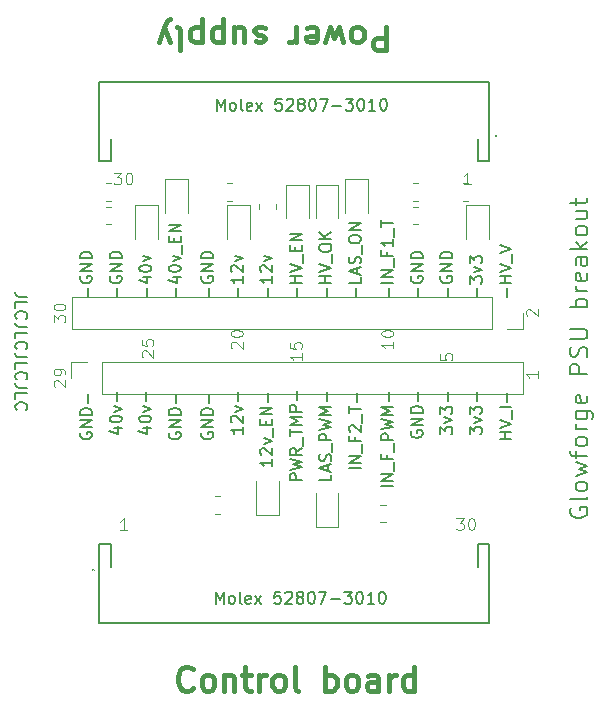
<source format=gbr>
%TF.GenerationSoftware,KiCad,Pcbnew,8.0.9-8.0.9-0~ubuntu20.04.1*%
%TF.CreationDate,2025-08-05T19:54:57+10:00*%
%TF.ProjectId,glowforge-psu-breakout,676c6f77-666f-4726-9765-2d7073752d62,rev?*%
%TF.SameCoordinates,Original*%
%TF.FileFunction,Legend,Top*%
%TF.FilePolarity,Positive*%
%FSLAX46Y46*%
G04 Gerber Fmt 4.6, Leading zero omitted, Abs format (unit mm)*
G04 Created by KiCad (PCBNEW 8.0.9-8.0.9-0~ubuntu20.04.1) date 2025-08-05 19:54:57*
%MOMM*%
%LPD*%
G01*
G04 APERTURE LIST*
%ADD10C,0.100000*%
%ADD11C,0.150000*%
%ADD12C,0.400000*%
%ADD13C,0.120000*%
%ADD14C,0.200000*%
G04 APERTURE END LIST*
D10*
X140217657Y-96993734D02*
X140170038Y-96946115D01*
X140170038Y-96946115D02*
X140122419Y-96850877D01*
X140122419Y-96850877D02*
X140122419Y-96612782D01*
X140122419Y-96612782D02*
X140170038Y-96517544D01*
X140170038Y-96517544D02*
X140217657Y-96469925D01*
X140217657Y-96469925D02*
X140312895Y-96422306D01*
X140312895Y-96422306D02*
X140408133Y-96422306D01*
X140408133Y-96422306D02*
X140550990Y-96469925D01*
X140550990Y-96469925D02*
X141122419Y-97041353D01*
X141122419Y-97041353D02*
X141122419Y-96422306D01*
X141122419Y-95946115D02*
X141122419Y-95755639D01*
X141122419Y-95755639D02*
X141074800Y-95660401D01*
X141074800Y-95660401D02*
X141027180Y-95612782D01*
X141027180Y-95612782D02*
X140884323Y-95517544D01*
X140884323Y-95517544D02*
X140693847Y-95469925D01*
X140693847Y-95469925D02*
X140312895Y-95469925D01*
X140312895Y-95469925D02*
X140217657Y-95517544D01*
X140217657Y-95517544D02*
X140170038Y-95565163D01*
X140170038Y-95565163D02*
X140122419Y-95660401D01*
X140122419Y-95660401D02*
X140122419Y-95850877D01*
X140122419Y-95850877D02*
X140170038Y-95946115D01*
X140170038Y-95946115D02*
X140217657Y-95993734D01*
X140217657Y-95993734D02*
X140312895Y-96041353D01*
X140312895Y-96041353D02*
X140550990Y-96041353D01*
X140550990Y-96041353D02*
X140646228Y-95993734D01*
X140646228Y-95993734D02*
X140693847Y-95946115D01*
X140693847Y-95946115D02*
X140741466Y-95850877D01*
X140741466Y-95850877D02*
X140741466Y-95660401D01*
X140741466Y-95660401D02*
X140693847Y-95565163D01*
X140693847Y-95565163D02*
X140646228Y-95517544D01*
X140646228Y-95517544D02*
X140550990Y-95469925D01*
X147667657Y-94493734D02*
X147620038Y-94446115D01*
X147620038Y-94446115D02*
X147572419Y-94350877D01*
X147572419Y-94350877D02*
X147572419Y-94112782D01*
X147572419Y-94112782D02*
X147620038Y-94017544D01*
X147620038Y-94017544D02*
X147667657Y-93969925D01*
X147667657Y-93969925D02*
X147762895Y-93922306D01*
X147762895Y-93922306D02*
X147858133Y-93922306D01*
X147858133Y-93922306D02*
X148000990Y-93969925D01*
X148000990Y-93969925D02*
X148572419Y-94541353D01*
X148572419Y-94541353D02*
X148572419Y-93922306D01*
X147572419Y-93017544D02*
X147572419Y-93493734D01*
X147572419Y-93493734D02*
X148048609Y-93541353D01*
X148048609Y-93541353D02*
X148000990Y-93493734D01*
X148000990Y-93493734D02*
X147953371Y-93398496D01*
X147953371Y-93398496D02*
X147953371Y-93160401D01*
X147953371Y-93160401D02*
X148000990Y-93065163D01*
X148000990Y-93065163D02*
X148048609Y-93017544D01*
X148048609Y-93017544D02*
X148143847Y-92969925D01*
X148143847Y-92969925D02*
X148381942Y-92969925D01*
X148381942Y-92969925D02*
X148477180Y-93017544D01*
X148477180Y-93017544D02*
X148524800Y-93065163D01*
X148524800Y-93065163D02*
X148572419Y-93160401D01*
X148572419Y-93160401D02*
X148572419Y-93398496D01*
X148572419Y-93398496D02*
X148524800Y-93493734D01*
X148524800Y-93493734D02*
X148477180Y-93541353D01*
D11*
X158619819Y-103139411D02*
X158619819Y-103710839D01*
X158619819Y-103425125D02*
X157619819Y-103425125D01*
X157619819Y-103425125D02*
X157762676Y-103520363D01*
X157762676Y-103520363D02*
X157857914Y-103615601D01*
X157857914Y-103615601D02*
X157905533Y-103710839D01*
X157715057Y-102758458D02*
X157667438Y-102710839D01*
X157667438Y-102710839D02*
X157619819Y-102615601D01*
X157619819Y-102615601D02*
X157619819Y-102377506D01*
X157619819Y-102377506D02*
X157667438Y-102282268D01*
X157667438Y-102282268D02*
X157715057Y-102234649D01*
X157715057Y-102234649D02*
X157810295Y-102187030D01*
X157810295Y-102187030D02*
X157905533Y-102187030D01*
X157905533Y-102187030D02*
X158048390Y-102234649D01*
X158048390Y-102234649D02*
X158619819Y-102806077D01*
X158619819Y-102806077D02*
X158619819Y-102187030D01*
X157953152Y-101853696D02*
X158619819Y-101615601D01*
X158619819Y-101615601D02*
X157953152Y-101377506D01*
X158715057Y-101234649D02*
X158715057Y-100472744D01*
X158096009Y-100234648D02*
X158096009Y-99901315D01*
X158619819Y-99758458D02*
X158619819Y-100234648D01*
X158619819Y-100234648D02*
X157619819Y-100234648D01*
X157619819Y-100234648D02*
X157619819Y-99758458D01*
X158619819Y-99329886D02*
X157619819Y-99329886D01*
X157619819Y-99329886D02*
X158619819Y-98758458D01*
X158619819Y-98758458D02*
X157619819Y-98758458D01*
X158238866Y-98282267D02*
X158238866Y-97520363D01*
X160738866Y-89413220D02*
X160738866Y-88651316D01*
X161119819Y-88175125D02*
X160119819Y-88175125D01*
X160596009Y-88175125D02*
X160596009Y-87603697D01*
X161119819Y-87603697D02*
X160119819Y-87603697D01*
X160119819Y-87270363D02*
X161119819Y-86937030D01*
X161119819Y-86937030D02*
X160119819Y-86603697D01*
X161215057Y-86508459D02*
X161215057Y-85746554D01*
X160596009Y-85508458D02*
X160596009Y-85175125D01*
X161119819Y-85032268D02*
X161119819Y-85508458D01*
X161119819Y-85508458D02*
X160119819Y-85508458D01*
X160119819Y-85508458D02*
X160119819Y-85032268D01*
X161119819Y-84603696D02*
X160119819Y-84603696D01*
X160119819Y-84603696D02*
X161119819Y-84032268D01*
X161119819Y-84032268D02*
X160119819Y-84032268D01*
D12*
X168260652Y-66515561D02*
X168260652Y-68515561D01*
X168260652Y-68515561D02*
X167498747Y-68515561D01*
X167498747Y-68515561D02*
X167308271Y-68420323D01*
X167308271Y-68420323D02*
X167213033Y-68325085D01*
X167213033Y-68325085D02*
X167117795Y-68134609D01*
X167117795Y-68134609D02*
X167117795Y-67848895D01*
X167117795Y-67848895D02*
X167213033Y-67658419D01*
X167213033Y-67658419D02*
X167308271Y-67563180D01*
X167308271Y-67563180D02*
X167498747Y-67467942D01*
X167498747Y-67467942D02*
X168260652Y-67467942D01*
X165974938Y-66515561D02*
X166165414Y-66610800D01*
X166165414Y-66610800D02*
X166260652Y-66706038D01*
X166260652Y-66706038D02*
X166355890Y-66896514D01*
X166355890Y-66896514D02*
X166355890Y-67467942D01*
X166355890Y-67467942D02*
X166260652Y-67658419D01*
X166260652Y-67658419D02*
X166165414Y-67753657D01*
X166165414Y-67753657D02*
X165974938Y-67848895D01*
X165974938Y-67848895D02*
X165689223Y-67848895D01*
X165689223Y-67848895D02*
X165498747Y-67753657D01*
X165498747Y-67753657D02*
X165403509Y-67658419D01*
X165403509Y-67658419D02*
X165308271Y-67467942D01*
X165308271Y-67467942D02*
X165308271Y-66896514D01*
X165308271Y-66896514D02*
X165403509Y-66706038D01*
X165403509Y-66706038D02*
X165498747Y-66610800D01*
X165498747Y-66610800D02*
X165689223Y-66515561D01*
X165689223Y-66515561D02*
X165974938Y-66515561D01*
X164641604Y-67848895D02*
X164260652Y-66515561D01*
X164260652Y-66515561D02*
X163879699Y-67467942D01*
X163879699Y-67467942D02*
X163498747Y-66515561D01*
X163498747Y-66515561D02*
X163117795Y-67848895D01*
X161593985Y-66610800D02*
X161784461Y-66515561D01*
X161784461Y-66515561D02*
X162165414Y-66515561D01*
X162165414Y-66515561D02*
X162355890Y-66610800D01*
X162355890Y-66610800D02*
X162451128Y-66801276D01*
X162451128Y-66801276D02*
X162451128Y-67563180D01*
X162451128Y-67563180D02*
X162355890Y-67753657D01*
X162355890Y-67753657D02*
X162165414Y-67848895D01*
X162165414Y-67848895D02*
X161784461Y-67848895D01*
X161784461Y-67848895D02*
X161593985Y-67753657D01*
X161593985Y-67753657D02*
X161498747Y-67563180D01*
X161498747Y-67563180D02*
X161498747Y-67372704D01*
X161498747Y-67372704D02*
X162451128Y-67182228D01*
X160641604Y-66515561D02*
X160641604Y-67848895D01*
X160641604Y-67467942D02*
X160546366Y-67658419D01*
X160546366Y-67658419D02*
X160451128Y-67753657D01*
X160451128Y-67753657D02*
X160260652Y-67848895D01*
X160260652Y-67848895D02*
X160070175Y-67848895D01*
X157974937Y-66610800D02*
X157784461Y-66515561D01*
X157784461Y-66515561D02*
X157403509Y-66515561D01*
X157403509Y-66515561D02*
X157213032Y-66610800D01*
X157213032Y-66610800D02*
X157117794Y-66801276D01*
X157117794Y-66801276D02*
X157117794Y-66896514D01*
X157117794Y-66896514D02*
X157213032Y-67086990D01*
X157213032Y-67086990D02*
X157403509Y-67182228D01*
X157403509Y-67182228D02*
X157689223Y-67182228D01*
X157689223Y-67182228D02*
X157879699Y-67277466D01*
X157879699Y-67277466D02*
X157974937Y-67467942D01*
X157974937Y-67467942D02*
X157974937Y-67563180D01*
X157974937Y-67563180D02*
X157879699Y-67753657D01*
X157879699Y-67753657D02*
X157689223Y-67848895D01*
X157689223Y-67848895D02*
X157403509Y-67848895D01*
X157403509Y-67848895D02*
X157213032Y-67753657D01*
X155403508Y-67848895D02*
X155403508Y-66515561D01*
X156260651Y-67848895D02*
X156260651Y-66801276D01*
X156260651Y-66801276D02*
X156165413Y-66610800D01*
X156165413Y-66610800D02*
X155974937Y-66515561D01*
X155974937Y-66515561D02*
X155689222Y-66515561D01*
X155689222Y-66515561D02*
X155498746Y-66610800D01*
X155498746Y-66610800D02*
X155403508Y-66706038D01*
X154451127Y-67848895D02*
X154451127Y-65848895D01*
X154451127Y-67753657D02*
X154260651Y-67848895D01*
X154260651Y-67848895D02*
X153879698Y-67848895D01*
X153879698Y-67848895D02*
X153689222Y-67753657D01*
X153689222Y-67753657D02*
X153593984Y-67658419D01*
X153593984Y-67658419D02*
X153498746Y-67467942D01*
X153498746Y-67467942D02*
X153498746Y-66896514D01*
X153498746Y-66896514D02*
X153593984Y-66706038D01*
X153593984Y-66706038D02*
X153689222Y-66610800D01*
X153689222Y-66610800D02*
X153879698Y-66515561D01*
X153879698Y-66515561D02*
X154260651Y-66515561D01*
X154260651Y-66515561D02*
X154451127Y-66610800D01*
X152641603Y-67848895D02*
X152641603Y-65848895D01*
X152641603Y-67753657D02*
X152451127Y-67848895D01*
X152451127Y-67848895D02*
X152070174Y-67848895D01*
X152070174Y-67848895D02*
X151879698Y-67753657D01*
X151879698Y-67753657D02*
X151784460Y-67658419D01*
X151784460Y-67658419D02*
X151689222Y-67467942D01*
X151689222Y-67467942D02*
X151689222Y-66896514D01*
X151689222Y-66896514D02*
X151784460Y-66706038D01*
X151784460Y-66706038D02*
X151879698Y-66610800D01*
X151879698Y-66610800D02*
X152070174Y-66515561D01*
X152070174Y-66515561D02*
X152451127Y-66515561D01*
X152451127Y-66515561D02*
X152641603Y-66610800D01*
X150546365Y-66515561D02*
X150736841Y-66610800D01*
X150736841Y-66610800D02*
X150832079Y-66801276D01*
X150832079Y-66801276D02*
X150832079Y-68515561D01*
X149974936Y-67848895D02*
X149498746Y-66515561D01*
X149022555Y-67848895D02*
X149498746Y-66515561D01*
X149498746Y-66515561D02*
X149689222Y-66039371D01*
X149689222Y-66039371D02*
X149784460Y-65944133D01*
X149784460Y-65944133D02*
X149974936Y-65848895D01*
D10*
X146327693Y-109122419D02*
X145756265Y-109122419D01*
X146041979Y-109122419D02*
X146041979Y-108122419D01*
X146041979Y-108122419D02*
X145946741Y-108265276D01*
X145946741Y-108265276D02*
X145851503Y-108360514D01*
X145851503Y-108360514D02*
X145756265Y-108408133D01*
D11*
X152667438Y-100889411D02*
X152619819Y-100984649D01*
X152619819Y-100984649D02*
X152619819Y-101127506D01*
X152619819Y-101127506D02*
X152667438Y-101270363D01*
X152667438Y-101270363D02*
X152762676Y-101365601D01*
X152762676Y-101365601D02*
X152857914Y-101413220D01*
X152857914Y-101413220D02*
X153048390Y-101460839D01*
X153048390Y-101460839D02*
X153191247Y-101460839D01*
X153191247Y-101460839D02*
X153381723Y-101413220D01*
X153381723Y-101413220D02*
X153476961Y-101365601D01*
X153476961Y-101365601D02*
X153572200Y-101270363D01*
X153572200Y-101270363D02*
X153619819Y-101127506D01*
X153619819Y-101127506D02*
X153619819Y-101032268D01*
X153619819Y-101032268D02*
X153572200Y-100889411D01*
X153572200Y-100889411D02*
X153524580Y-100841792D01*
X153524580Y-100841792D02*
X153191247Y-100841792D01*
X153191247Y-100841792D02*
X153191247Y-101032268D01*
X153619819Y-100413220D02*
X152619819Y-100413220D01*
X152619819Y-100413220D02*
X153619819Y-99841792D01*
X153619819Y-99841792D02*
X152619819Y-99841792D01*
X153619819Y-99365601D02*
X152619819Y-99365601D01*
X152619819Y-99365601D02*
X152619819Y-99127506D01*
X152619819Y-99127506D02*
X152667438Y-98984649D01*
X152667438Y-98984649D02*
X152762676Y-98889411D01*
X152762676Y-98889411D02*
X152857914Y-98841792D01*
X152857914Y-98841792D02*
X153048390Y-98794173D01*
X153048390Y-98794173D02*
X153191247Y-98794173D01*
X153191247Y-98794173D02*
X153381723Y-98841792D01*
X153381723Y-98841792D02*
X153476961Y-98889411D01*
X153476961Y-98889411D02*
X153572200Y-98984649D01*
X153572200Y-98984649D02*
X153619819Y-99127506D01*
X153619819Y-99127506D02*
X153619819Y-99365601D01*
X153238866Y-98365601D02*
X153238866Y-97603697D01*
X161119819Y-104913220D02*
X160119819Y-104913220D01*
X160119819Y-104913220D02*
X160119819Y-104532268D01*
X160119819Y-104532268D02*
X160167438Y-104437030D01*
X160167438Y-104437030D02*
X160215057Y-104389411D01*
X160215057Y-104389411D02*
X160310295Y-104341792D01*
X160310295Y-104341792D02*
X160453152Y-104341792D01*
X160453152Y-104341792D02*
X160548390Y-104389411D01*
X160548390Y-104389411D02*
X160596009Y-104437030D01*
X160596009Y-104437030D02*
X160643628Y-104532268D01*
X160643628Y-104532268D02*
X160643628Y-104913220D01*
X160119819Y-104008458D02*
X161119819Y-103770363D01*
X161119819Y-103770363D02*
X160405533Y-103579887D01*
X160405533Y-103579887D02*
X161119819Y-103389411D01*
X161119819Y-103389411D02*
X160119819Y-103151316D01*
X161119819Y-102198935D02*
X160643628Y-102532268D01*
X161119819Y-102770363D02*
X160119819Y-102770363D01*
X160119819Y-102770363D02*
X160119819Y-102389411D01*
X160119819Y-102389411D02*
X160167438Y-102294173D01*
X160167438Y-102294173D02*
X160215057Y-102246554D01*
X160215057Y-102246554D02*
X160310295Y-102198935D01*
X160310295Y-102198935D02*
X160453152Y-102198935D01*
X160453152Y-102198935D02*
X160548390Y-102246554D01*
X160548390Y-102246554D02*
X160596009Y-102294173D01*
X160596009Y-102294173D02*
X160643628Y-102389411D01*
X160643628Y-102389411D02*
X160643628Y-102770363D01*
X161215057Y-102008459D02*
X161215057Y-101246554D01*
X160119819Y-101151315D02*
X160119819Y-100579887D01*
X161119819Y-100865601D02*
X160119819Y-100865601D01*
X161119819Y-100246553D02*
X160119819Y-100246553D01*
X160119819Y-100246553D02*
X160834104Y-99913220D01*
X160834104Y-99913220D02*
X160119819Y-99579887D01*
X160119819Y-99579887D02*
X161119819Y-99579887D01*
X161119819Y-99103696D02*
X160119819Y-99103696D01*
X160119819Y-99103696D02*
X160119819Y-98722744D01*
X160119819Y-98722744D02*
X160167438Y-98627506D01*
X160167438Y-98627506D02*
X160215057Y-98579887D01*
X160215057Y-98579887D02*
X160310295Y-98532268D01*
X160310295Y-98532268D02*
X160453152Y-98532268D01*
X160453152Y-98532268D02*
X160548390Y-98579887D01*
X160548390Y-98579887D02*
X160596009Y-98627506D01*
X160596009Y-98627506D02*
X160643628Y-98722744D01*
X160643628Y-98722744D02*
X160643628Y-99103696D01*
X160738866Y-98103696D02*
X160738866Y-97341792D01*
X155738866Y-89413220D02*
X155738866Y-88651316D01*
X156119819Y-87651316D02*
X156119819Y-88222744D01*
X156119819Y-87937030D02*
X155119819Y-87937030D01*
X155119819Y-87937030D02*
X155262676Y-88032268D01*
X155262676Y-88032268D02*
X155357914Y-88127506D01*
X155357914Y-88127506D02*
X155405533Y-88222744D01*
X155215057Y-87270363D02*
X155167438Y-87222744D01*
X155167438Y-87222744D02*
X155119819Y-87127506D01*
X155119819Y-87127506D02*
X155119819Y-86889411D01*
X155119819Y-86889411D02*
X155167438Y-86794173D01*
X155167438Y-86794173D02*
X155215057Y-86746554D01*
X155215057Y-86746554D02*
X155310295Y-86698935D01*
X155310295Y-86698935D02*
X155405533Y-86698935D01*
X155405533Y-86698935D02*
X155548390Y-86746554D01*
X155548390Y-86746554D02*
X156119819Y-87317982D01*
X156119819Y-87317982D02*
X156119819Y-86698935D01*
X155453152Y-86365601D02*
X156119819Y-86127506D01*
X156119819Y-86127506D02*
X155453152Y-85889411D01*
X153836779Y-115369819D02*
X153836779Y-114369819D01*
X153836779Y-114369819D02*
X154170112Y-115084104D01*
X154170112Y-115084104D02*
X154503445Y-114369819D01*
X154503445Y-114369819D02*
X154503445Y-115369819D01*
X155122493Y-115369819D02*
X155027255Y-115322200D01*
X155027255Y-115322200D02*
X154979636Y-115274580D01*
X154979636Y-115274580D02*
X154932017Y-115179342D01*
X154932017Y-115179342D02*
X154932017Y-114893628D01*
X154932017Y-114893628D02*
X154979636Y-114798390D01*
X154979636Y-114798390D02*
X155027255Y-114750771D01*
X155027255Y-114750771D02*
X155122493Y-114703152D01*
X155122493Y-114703152D02*
X155265350Y-114703152D01*
X155265350Y-114703152D02*
X155360588Y-114750771D01*
X155360588Y-114750771D02*
X155408207Y-114798390D01*
X155408207Y-114798390D02*
X155455826Y-114893628D01*
X155455826Y-114893628D02*
X155455826Y-115179342D01*
X155455826Y-115179342D02*
X155408207Y-115274580D01*
X155408207Y-115274580D02*
X155360588Y-115322200D01*
X155360588Y-115322200D02*
X155265350Y-115369819D01*
X155265350Y-115369819D02*
X155122493Y-115369819D01*
X156027255Y-115369819D02*
X155932017Y-115322200D01*
X155932017Y-115322200D02*
X155884398Y-115226961D01*
X155884398Y-115226961D02*
X155884398Y-114369819D01*
X156789160Y-115322200D02*
X156693922Y-115369819D01*
X156693922Y-115369819D02*
X156503446Y-115369819D01*
X156503446Y-115369819D02*
X156408208Y-115322200D01*
X156408208Y-115322200D02*
X156360589Y-115226961D01*
X156360589Y-115226961D02*
X156360589Y-114846009D01*
X156360589Y-114846009D02*
X156408208Y-114750771D01*
X156408208Y-114750771D02*
X156503446Y-114703152D01*
X156503446Y-114703152D02*
X156693922Y-114703152D01*
X156693922Y-114703152D02*
X156789160Y-114750771D01*
X156789160Y-114750771D02*
X156836779Y-114846009D01*
X156836779Y-114846009D02*
X156836779Y-114941247D01*
X156836779Y-114941247D02*
X156360589Y-115036485D01*
X157170113Y-115369819D02*
X157693922Y-114703152D01*
X157170113Y-114703152D02*
X157693922Y-115369819D01*
X159312970Y-114369819D02*
X158836780Y-114369819D01*
X158836780Y-114369819D02*
X158789161Y-114846009D01*
X158789161Y-114846009D02*
X158836780Y-114798390D01*
X158836780Y-114798390D02*
X158932018Y-114750771D01*
X158932018Y-114750771D02*
X159170113Y-114750771D01*
X159170113Y-114750771D02*
X159265351Y-114798390D01*
X159265351Y-114798390D02*
X159312970Y-114846009D01*
X159312970Y-114846009D02*
X159360589Y-114941247D01*
X159360589Y-114941247D02*
X159360589Y-115179342D01*
X159360589Y-115179342D02*
X159312970Y-115274580D01*
X159312970Y-115274580D02*
X159265351Y-115322200D01*
X159265351Y-115322200D02*
X159170113Y-115369819D01*
X159170113Y-115369819D02*
X158932018Y-115369819D01*
X158932018Y-115369819D02*
X158836780Y-115322200D01*
X158836780Y-115322200D02*
X158789161Y-115274580D01*
X159741542Y-114465057D02*
X159789161Y-114417438D01*
X159789161Y-114417438D02*
X159884399Y-114369819D01*
X159884399Y-114369819D02*
X160122494Y-114369819D01*
X160122494Y-114369819D02*
X160217732Y-114417438D01*
X160217732Y-114417438D02*
X160265351Y-114465057D01*
X160265351Y-114465057D02*
X160312970Y-114560295D01*
X160312970Y-114560295D02*
X160312970Y-114655533D01*
X160312970Y-114655533D02*
X160265351Y-114798390D01*
X160265351Y-114798390D02*
X159693923Y-115369819D01*
X159693923Y-115369819D02*
X160312970Y-115369819D01*
X160884399Y-114798390D02*
X160789161Y-114750771D01*
X160789161Y-114750771D02*
X160741542Y-114703152D01*
X160741542Y-114703152D02*
X160693923Y-114607914D01*
X160693923Y-114607914D02*
X160693923Y-114560295D01*
X160693923Y-114560295D02*
X160741542Y-114465057D01*
X160741542Y-114465057D02*
X160789161Y-114417438D01*
X160789161Y-114417438D02*
X160884399Y-114369819D01*
X160884399Y-114369819D02*
X161074875Y-114369819D01*
X161074875Y-114369819D02*
X161170113Y-114417438D01*
X161170113Y-114417438D02*
X161217732Y-114465057D01*
X161217732Y-114465057D02*
X161265351Y-114560295D01*
X161265351Y-114560295D02*
X161265351Y-114607914D01*
X161265351Y-114607914D02*
X161217732Y-114703152D01*
X161217732Y-114703152D02*
X161170113Y-114750771D01*
X161170113Y-114750771D02*
X161074875Y-114798390D01*
X161074875Y-114798390D02*
X160884399Y-114798390D01*
X160884399Y-114798390D02*
X160789161Y-114846009D01*
X160789161Y-114846009D02*
X160741542Y-114893628D01*
X160741542Y-114893628D02*
X160693923Y-114988866D01*
X160693923Y-114988866D02*
X160693923Y-115179342D01*
X160693923Y-115179342D02*
X160741542Y-115274580D01*
X160741542Y-115274580D02*
X160789161Y-115322200D01*
X160789161Y-115322200D02*
X160884399Y-115369819D01*
X160884399Y-115369819D02*
X161074875Y-115369819D01*
X161074875Y-115369819D02*
X161170113Y-115322200D01*
X161170113Y-115322200D02*
X161217732Y-115274580D01*
X161217732Y-115274580D02*
X161265351Y-115179342D01*
X161265351Y-115179342D02*
X161265351Y-114988866D01*
X161265351Y-114988866D02*
X161217732Y-114893628D01*
X161217732Y-114893628D02*
X161170113Y-114846009D01*
X161170113Y-114846009D02*
X161074875Y-114798390D01*
X161884399Y-114369819D02*
X161979637Y-114369819D01*
X161979637Y-114369819D02*
X162074875Y-114417438D01*
X162074875Y-114417438D02*
X162122494Y-114465057D01*
X162122494Y-114465057D02*
X162170113Y-114560295D01*
X162170113Y-114560295D02*
X162217732Y-114750771D01*
X162217732Y-114750771D02*
X162217732Y-114988866D01*
X162217732Y-114988866D02*
X162170113Y-115179342D01*
X162170113Y-115179342D02*
X162122494Y-115274580D01*
X162122494Y-115274580D02*
X162074875Y-115322200D01*
X162074875Y-115322200D02*
X161979637Y-115369819D01*
X161979637Y-115369819D02*
X161884399Y-115369819D01*
X161884399Y-115369819D02*
X161789161Y-115322200D01*
X161789161Y-115322200D02*
X161741542Y-115274580D01*
X161741542Y-115274580D02*
X161693923Y-115179342D01*
X161693923Y-115179342D02*
X161646304Y-114988866D01*
X161646304Y-114988866D02*
X161646304Y-114750771D01*
X161646304Y-114750771D02*
X161693923Y-114560295D01*
X161693923Y-114560295D02*
X161741542Y-114465057D01*
X161741542Y-114465057D02*
X161789161Y-114417438D01*
X161789161Y-114417438D02*
X161884399Y-114369819D01*
X162551066Y-114369819D02*
X163217732Y-114369819D01*
X163217732Y-114369819D02*
X162789161Y-115369819D01*
X163598685Y-114988866D02*
X164360590Y-114988866D01*
X164741542Y-114369819D02*
X165360589Y-114369819D01*
X165360589Y-114369819D02*
X165027256Y-114750771D01*
X165027256Y-114750771D02*
X165170113Y-114750771D01*
X165170113Y-114750771D02*
X165265351Y-114798390D01*
X165265351Y-114798390D02*
X165312970Y-114846009D01*
X165312970Y-114846009D02*
X165360589Y-114941247D01*
X165360589Y-114941247D02*
X165360589Y-115179342D01*
X165360589Y-115179342D02*
X165312970Y-115274580D01*
X165312970Y-115274580D02*
X165265351Y-115322200D01*
X165265351Y-115322200D02*
X165170113Y-115369819D01*
X165170113Y-115369819D02*
X164884399Y-115369819D01*
X164884399Y-115369819D02*
X164789161Y-115322200D01*
X164789161Y-115322200D02*
X164741542Y-115274580D01*
X165979637Y-114369819D02*
X166074875Y-114369819D01*
X166074875Y-114369819D02*
X166170113Y-114417438D01*
X166170113Y-114417438D02*
X166217732Y-114465057D01*
X166217732Y-114465057D02*
X166265351Y-114560295D01*
X166265351Y-114560295D02*
X166312970Y-114750771D01*
X166312970Y-114750771D02*
X166312970Y-114988866D01*
X166312970Y-114988866D02*
X166265351Y-115179342D01*
X166265351Y-115179342D02*
X166217732Y-115274580D01*
X166217732Y-115274580D02*
X166170113Y-115322200D01*
X166170113Y-115322200D02*
X166074875Y-115369819D01*
X166074875Y-115369819D02*
X165979637Y-115369819D01*
X165979637Y-115369819D02*
X165884399Y-115322200D01*
X165884399Y-115322200D02*
X165836780Y-115274580D01*
X165836780Y-115274580D02*
X165789161Y-115179342D01*
X165789161Y-115179342D02*
X165741542Y-114988866D01*
X165741542Y-114988866D02*
X165741542Y-114750771D01*
X165741542Y-114750771D02*
X165789161Y-114560295D01*
X165789161Y-114560295D02*
X165836780Y-114465057D01*
X165836780Y-114465057D02*
X165884399Y-114417438D01*
X165884399Y-114417438D02*
X165979637Y-114369819D01*
X167265351Y-115369819D02*
X166693923Y-115369819D01*
X166979637Y-115369819D02*
X166979637Y-114369819D01*
X166979637Y-114369819D02*
X166884399Y-114512676D01*
X166884399Y-114512676D02*
X166789161Y-114607914D01*
X166789161Y-114607914D02*
X166693923Y-114655533D01*
X167884399Y-114369819D02*
X167979637Y-114369819D01*
X167979637Y-114369819D02*
X168074875Y-114417438D01*
X168074875Y-114417438D02*
X168122494Y-114465057D01*
X168122494Y-114465057D02*
X168170113Y-114560295D01*
X168170113Y-114560295D02*
X168217732Y-114750771D01*
X168217732Y-114750771D02*
X168217732Y-114988866D01*
X168217732Y-114988866D02*
X168170113Y-115179342D01*
X168170113Y-115179342D02*
X168122494Y-115274580D01*
X168122494Y-115274580D02*
X168074875Y-115322200D01*
X168074875Y-115322200D02*
X167979637Y-115369819D01*
X167979637Y-115369819D02*
X167884399Y-115369819D01*
X167884399Y-115369819D02*
X167789161Y-115322200D01*
X167789161Y-115322200D02*
X167741542Y-115274580D01*
X167741542Y-115274580D02*
X167693923Y-115179342D01*
X167693923Y-115179342D02*
X167646304Y-114988866D01*
X167646304Y-114988866D02*
X167646304Y-114750771D01*
X167646304Y-114750771D02*
X167693923Y-114560295D01*
X167693923Y-114560295D02*
X167741542Y-114465057D01*
X167741542Y-114465057D02*
X167789161Y-114417438D01*
X167789161Y-114417438D02*
X167884399Y-114369819D01*
D10*
X145208646Y-78872419D02*
X145827693Y-78872419D01*
X145827693Y-78872419D02*
X145494360Y-79253371D01*
X145494360Y-79253371D02*
X145637217Y-79253371D01*
X145637217Y-79253371D02*
X145732455Y-79300990D01*
X145732455Y-79300990D02*
X145780074Y-79348609D01*
X145780074Y-79348609D02*
X145827693Y-79443847D01*
X145827693Y-79443847D02*
X145827693Y-79681942D01*
X145827693Y-79681942D02*
X145780074Y-79777180D01*
X145780074Y-79777180D02*
X145732455Y-79824800D01*
X145732455Y-79824800D02*
X145637217Y-79872419D01*
X145637217Y-79872419D02*
X145351503Y-79872419D01*
X145351503Y-79872419D02*
X145256265Y-79824800D01*
X145256265Y-79824800D02*
X145208646Y-79777180D01*
X146446741Y-78872419D02*
X146541979Y-78872419D01*
X146541979Y-78872419D02*
X146637217Y-78920038D01*
X146637217Y-78920038D02*
X146684836Y-78967657D01*
X146684836Y-78967657D02*
X146732455Y-79062895D01*
X146732455Y-79062895D02*
X146780074Y-79253371D01*
X146780074Y-79253371D02*
X146780074Y-79491466D01*
X146780074Y-79491466D02*
X146732455Y-79681942D01*
X146732455Y-79681942D02*
X146684836Y-79777180D01*
X146684836Y-79777180D02*
X146637217Y-79824800D01*
X146637217Y-79824800D02*
X146541979Y-79872419D01*
X146541979Y-79872419D02*
X146446741Y-79872419D01*
X146446741Y-79872419D02*
X146351503Y-79824800D01*
X146351503Y-79824800D02*
X146303884Y-79777180D01*
X146303884Y-79777180D02*
X146256265Y-79681942D01*
X146256265Y-79681942D02*
X146208646Y-79491466D01*
X146208646Y-79491466D02*
X146208646Y-79253371D01*
X146208646Y-79253371D02*
X146256265Y-79062895D01*
X146256265Y-79062895D02*
X146303884Y-78967657D01*
X146303884Y-78967657D02*
X146351503Y-78920038D01*
X146351503Y-78920038D02*
X146446741Y-78872419D01*
X175427693Y-79872419D02*
X174856265Y-79872419D01*
X175141979Y-79872419D02*
X175141979Y-78872419D01*
X175141979Y-78872419D02*
X175046741Y-79015276D01*
X175046741Y-79015276D02*
X174951503Y-79110514D01*
X174951503Y-79110514D02*
X174856265Y-79158133D01*
D11*
X142417438Y-100889411D02*
X142369819Y-100984649D01*
X142369819Y-100984649D02*
X142369819Y-101127506D01*
X142369819Y-101127506D02*
X142417438Y-101270363D01*
X142417438Y-101270363D02*
X142512676Y-101365601D01*
X142512676Y-101365601D02*
X142607914Y-101413220D01*
X142607914Y-101413220D02*
X142798390Y-101460839D01*
X142798390Y-101460839D02*
X142941247Y-101460839D01*
X142941247Y-101460839D02*
X143131723Y-101413220D01*
X143131723Y-101413220D02*
X143226961Y-101365601D01*
X143226961Y-101365601D02*
X143322200Y-101270363D01*
X143322200Y-101270363D02*
X143369819Y-101127506D01*
X143369819Y-101127506D02*
X143369819Y-101032268D01*
X143369819Y-101032268D02*
X143322200Y-100889411D01*
X143322200Y-100889411D02*
X143274580Y-100841792D01*
X143274580Y-100841792D02*
X142941247Y-100841792D01*
X142941247Y-100841792D02*
X142941247Y-101032268D01*
X143369819Y-100413220D02*
X142369819Y-100413220D01*
X142369819Y-100413220D02*
X143369819Y-99841792D01*
X143369819Y-99841792D02*
X142369819Y-99841792D01*
X143369819Y-99365601D02*
X142369819Y-99365601D01*
X142369819Y-99365601D02*
X142369819Y-99127506D01*
X142369819Y-99127506D02*
X142417438Y-98984649D01*
X142417438Y-98984649D02*
X142512676Y-98889411D01*
X142512676Y-98889411D02*
X142607914Y-98841792D01*
X142607914Y-98841792D02*
X142798390Y-98794173D01*
X142798390Y-98794173D02*
X142941247Y-98794173D01*
X142941247Y-98794173D02*
X143131723Y-98841792D01*
X143131723Y-98841792D02*
X143226961Y-98889411D01*
X143226961Y-98889411D02*
X143322200Y-98984649D01*
X143322200Y-98984649D02*
X143369819Y-99127506D01*
X143369819Y-99127506D02*
X143369819Y-99365601D01*
X142988866Y-98365601D02*
X142988866Y-97603697D01*
D12*
X151882204Y-122543961D02*
X151786966Y-122639200D01*
X151786966Y-122639200D02*
X151501252Y-122734438D01*
X151501252Y-122734438D02*
X151310776Y-122734438D01*
X151310776Y-122734438D02*
X151025061Y-122639200D01*
X151025061Y-122639200D02*
X150834585Y-122448723D01*
X150834585Y-122448723D02*
X150739347Y-122258247D01*
X150739347Y-122258247D02*
X150644109Y-121877295D01*
X150644109Y-121877295D02*
X150644109Y-121591580D01*
X150644109Y-121591580D02*
X150739347Y-121210628D01*
X150739347Y-121210628D02*
X150834585Y-121020152D01*
X150834585Y-121020152D02*
X151025061Y-120829676D01*
X151025061Y-120829676D02*
X151310776Y-120734438D01*
X151310776Y-120734438D02*
X151501252Y-120734438D01*
X151501252Y-120734438D02*
X151786966Y-120829676D01*
X151786966Y-120829676D02*
X151882204Y-120924914D01*
X153025061Y-122734438D02*
X152834585Y-122639200D01*
X152834585Y-122639200D02*
X152739347Y-122543961D01*
X152739347Y-122543961D02*
X152644109Y-122353485D01*
X152644109Y-122353485D02*
X152644109Y-121782057D01*
X152644109Y-121782057D02*
X152739347Y-121591580D01*
X152739347Y-121591580D02*
X152834585Y-121496342D01*
X152834585Y-121496342D02*
X153025061Y-121401104D01*
X153025061Y-121401104D02*
X153310776Y-121401104D01*
X153310776Y-121401104D02*
X153501252Y-121496342D01*
X153501252Y-121496342D02*
X153596490Y-121591580D01*
X153596490Y-121591580D02*
X153691728Y-121782057D01*
X153691728Y-121782057D02*
X153691728Y-122353485D01*
X153691728Y-122353485D02*
X153596490Y-122543961D01*
X153596490Y-122543961D02*
X153501252Y-122639200D01*
X153501252Y-122639200D02*
X153310776Y-122734438D01*
X153310776Y-122734438D02*
X153025061Y-122734438D01*
X154548871Y-121401104D02*
X154548871Y-122734438D01*
X154548871Y-121591580D02*
X154644109Y-121496342D01*
X154644109Y-121496342D02*
X154834585Y-121401104D01*
X154834585Y-121401104D02*
X155120300Y-121401104D01*
X155120300Y-121401104D02*
X155310776Y-121496342D01*
X155310776Y-121496342D02*
X155406014Y-121686819D01*
X155406014Y-121686819D02*
X155406014Y-122734438D01*
X156072681Y-121401104D02*
X156834585Y-121401104D01*
X156358395Y-120734438D02*
X156358395Y-122448723D01*
X156358395Y-122448723D02*
X156453633Y-122639200D01*
X156453633Y-122639200D02*
X156644109Y-122734438D01*
X156644109Y-122734438D02*
X156834585Y-122734438D01*
X157501252Y-122734438D02*
X157501252Y-121401104D01*
X157501252Y-121782057D02*
X157596490Y-121591580D01*
X157596490Y-121591580D02*
X157691728Y-121496342D01*
X157691728Y-121496342D02*
X157882204Y-121401104D01*
X157882204Y-121401104D02*
X158072681Y-121401104D01*
X159025061Y-122734438D02*
X158834585Y-122639200D01*
X158834585Y-122639200D02*
X158739347Y-122543961D01*
X158739347Y-122543961D02*
X158644109Y-122353485D01*
X158644109Y-122353485D02*
X158644109Y-121782057D01*
X158644109Y-121782057D02*
X158739347Y-121591580D01*
X158739347Y-121591580D02*
X158834585Y-121496342D01*
X158834585Y-121496342D02*
X159025061Y-121401104D01*
X159025061Y-121401104D02*
X159310776Y-121401104D01*
X159310776Y-121401104D02*
X159501252Y-121496342D01*
X159501252Y-121496342D02*
X159596490Y-121591580D01*
X159596490Y-121591580D02*
X159691728Y-121782057D01*
X159691728Y-121782057D02*
X159691728Y-122353485D01*
X159691728Y-122353485D02*
X159596490Y-122543961D01*
X159596490Y-122543961D02*
X159501252Y-122639200D01*
X159501252Y-122639200D02*
X159310776Y-122734438D01*
X159310776Y-122734438D02*
X159025061Y-122734438D01*
X160834585Y-122734438D02*
X160644109Y-122639200D01*
X160644109Y-122639200D02*
X160548871Y-122448723D01*
X160548871Y-122448723D02*
X160548871Y-120734438D01*
X163120300Y-122734438D02*
X163120300Y-120734438D01*
X163120300Y-121496342D02*
X163310776Y-121401104D01*
X163310776Y-121401104D02*
X163691729Y-121401104D01*
X163691729Y-121401104D02*
X163882205Y-121496342D01*
X163882205Y-121496342D02*
X163977443Y-121591580D01*
X163977443Y-121591580D02*
X164072681Y-121782057D01*
X164072681Y-121782057D02*
X164072681Y-122353485D01*
X164072681Y-122353485D02*
X163977443Y-122543961D01*
X163977443Y-122543961D02*
X163882205Y-122639200D01*
X163882205Y-122639200D02*
X163691729Y-122734438D01*
X163691729Y-122734438D02*
X163310776Y-122734438D01*
X163310776Y-122734438D02*
X163120300Y-122639200D01*
X165215538Y-122734438D02*
X165025062Y-122639200D01*
X165025062Y-122639200D02*
X164929824Y-122543961D01*
X164929824Y-122543961D02*
X164834586Y-122353485D01*
X164834586Y-122353485D02*
X164834586Y-121782057D01*
X164834586Y-121782057D02*
X164929824Y-121591580D01*
X164929824Y-121591580D02*
X165025062Y-121496342D01*
X165025062Y-121496342D02*
X165215538Y-121401104D01*
X165215538Y-121401104D02*
X165501253Y-121401104D01*
X165501253Y-121401104D02*
X165691729Y-121496342D01*
X165691729Y-121496342D02*
X165786967Y-121591580D01*
X165786967Y-121591580D02*
X165882205Y-121782057D01*
X165882205Y-121782057D02*
X165882205Y-122353485D01*
X165882205Y-122353485D02*
X165786967Y-122543961D01*
X165786967Y-122543961D02*
X165691729Y-122639200D01*
X165691729Y-122639200D02*
X165501253Y-122734438D01*
X165501253Y-122734438D02*
X165215538Y-122734438D01*
X167596491Y-122734438D02*
X167596491Y-121686819D01*
X167596491Y-121686819D02*
X167501253Y-121496342D01*
X167501253Y-121496342D02*
X167310777Y-121401104D01*
X167310777Y-121401104D02*
X166929824Y-121401104D01*
X166929824Y-121401104D02*
X166739348Y-121496342D01*
X167596491Y-122639200D02*
X167406015Y-122734438D01*
X167406015Y-122734438D02*
X166929824Y-122734438D01*
X166929824Y-122734438D02*
X166739348Y-122639200D01*
X166739348Y-122639200D02*
X166644110Y-122448723D01*
X166644110Y-122448723D02*
X166644110Y-122258247D01*
X166644110Y-122258247D02*
X166739348Y-122067771D01*
X166739348Y-122067771D02*
X166929824Y-121972533D01*
X166929824Y-121972533D02*
X167406015Y-121972533D01*
X167406015Y-121972533D02*
X167596491Y-121877295D01*
X168548872Y-122734438D02*
X168548872Y-121401104D01*
X168548872Y-121782057D02*
X168644110Y-121591580D01*
X168644110Y-121591580D02*
X168739348Y-121496342D01*
X168739348Y-121496342D02*
X168929824Y-121401104D01*
X168929824Y-121401104D02*
X169120301Y-121401104D01*
X170644110Y-122734438D02*
X170644110Y-120734438D01*
X170644110Y-122639200D02*
X170453634Y-122734438D01*
X170453634Y-122734438D02*
X170072681Y-122734438D01*
X170072681Y-122734438D02*
X169882205Y-122639200D01*
X169882205Y-122639200D02*
X169786967Y-122543961D01*
X169786967Y-122543961D02*
X169691729Y-122353485D01*
X169691729Y-122353485D02*
X169691729Y-121782057D01*
X169691729Y-121782057D02*
X169786967Y-121591580D01*
X169786967Y-121591580D02*
X169882205Y-121496342D01*
X169882205Y-121496342D02*
X170072681Y-121401104D01*
X170072681Y-121401104D02*
X170453634Y-121401104D01*
X170453634Y-121401104D02*
X170644110Y-121496342D01*
D11*
X175988866Y-89413220D02*
X175988866Y-88651316D01*
X175369819Y-88270363D02*
X175369819Y-87651316D01*
X175369819Y-87651316D02*
X175750771Y-87984649D01*
X175750771Y-87984649D02*
X175750771Y-87841792D01*
X175750771Y-87841792D02*
X175798390Y-87746554D01*
X175798390Y-87746554D02*
X175846009Y-87698935D01*
X175846009Y-87698935D02*
X175941247Y-87651316D01*
X175941247Y-87651316D02*
X176179342Y-87651316D01*
X176179342Y-87651316D02*
X176274580Y-87698935D01*
X176274580Y-87698935D02*
X176322200Y-87746554D01*
X176322200Y-87746554D02*
X176369819Y-87841792D01*
X176369819Y-87841792D02*
X176369819Y-88127506D01*
X176369819Y-88127506D02*
X176322200Y-88222744D01*
X176322200Y-88222744D02*
X176274580Y-88270363D01*
X175703152Y-87317982D02*
X176369819Y-87079887D01*
X176369819Y-87079887D02*
X175703152Y-86841792D01*
X175369819Y-86556077D02*
X175369819Y-85937030D01*
X175369819Y-85937030D02*
X175750771Y-86270363D01*
X175750771Y-86270363D02*
X175750771Y-86127506D01*
X175750771Y-86127506D02*
X175798390Y-86032268D01*
X175798390Y-86032268D02*
X175846009Y-85984649D01*
X175846009Y-85984649D02*
X175941247Y-85937030D01*
X175941247Y-85937030D02*
X176179342Y-85937030D01*
X176179342Y-85937030D02*
X176274580Y-85984649D01*
X176274580Y-85984649D02*
X176322200Y-86032268D01*
X176322200Y-86032268D02*
X176369819Y-86127506D01*
X176369819Y-86127506D02*
X176369819Y-86413220D01*
X176369819Y-86413220D02*
X176322200Y-86508458D01*
X176322200Y-86508458D02*
X176274580Y-86556077D01*
X173488866Y-89413220D02*
X173488866Y-88651316D01*
X172917438Y-87651316D02*
X172869819Y-87746554D01*
X172869819Y-87746554D02*
X172869819Y-87889411D01*
X172869819Y-87889411D02*
X172917438Y-88032268D01*
X172917438Y-88032268D02*
X173012676Y-88127506D01*
X173012676Y-88127506D02*
X173107914Y-88175125D01*
X173107914Y-88175125D02*
X173298390Y-88222744D01*
X173298390Y-88222744D02*
X173441247Y-88222744D01*
X173441247Y-88222744D02*
X173631723Y-88175125D01*
X173631723Y-88175125D02*
X173726961Y-88127506D01*
X173726961Y-88127506D02*
X173822200Y-88032268D01*
X173822200Y-88032268D02*
X173869819Y-87889411D01*
X173869819Y-87889411D02*
X173869819Y-87794173D01*
X173869819Y-87794173D02*
X173822200Y-87651316D01*
X173822200Y-87651316D02*
X173774580Y-87603697D01*
X173774580Y-87603697D02*
X173441247Y-87603697D01*
X173441247Y-87603697D02*
X173441247Y-87794173D01*
X173869819Y-87175125D02*
X172869819Y-87175125D01*
X172869819Y-87175125D02*
X173869819Y-86603697D01*
X173869819Y-86603697D02*
X172869819Y-86603697D01*
X173869819Y-86127506D02*
X172869819Y-86127506D01*
X172869819Y-86127506D02*
X172869819Y-85889411D01*
X172869819Y-85889411D02*
X172917438Y-85746554D01*
X172917438Y-85746554D02*
X173012676Y-85651316D01*
X173012676Y-85651316D02*
X173107914Y-85603697D01*
X173107914Y-85603697D02*
X173298390Y-85556078D01*
X173298390Y-85556078D02*
X173441247Y-85556078D01*
X173441247Y-85556078D02*
X173631723Y-85603697D01*
X173631723Y-85603697D02*
X173726961Y-85651316D01*
X173726961Y-85651316D02*
X173822200Y-85746554D01*
X173822200Y-85746554D02*
X173869819Y-85889411D01*
X173869819Y-85889411D02*
X173869819Y-86127506D01*
X147988866Y-89413220D02*
X147988866Y-88651316D01*
X147703152Y-87746554D02*
X148369819Y-87746554D01*
X147322200Y-87984649D02*
X148036485Y-88222744D01*
X148036485Y-88222744D02*
X148036485Y-87603697D01*
X147369819Y-87032268D02*
X147369819Y-86937030D01*
X147369819Y-86937030D02*
X147417438Y-86841792D01*
X147417438Y-86841792D02*
X147465057Y-86794173D01*
X147465057Y-86794173D02*
X147560295Y-86746554D01*
X147560295Y-86746554D02*
X147750771Y-86698935D01*
X147750771Y-86698935D02*
X147988866Y-86698935D01*
X147988866Y-86698935D02*
X148179342Y-86746554D01*
X148179342Y-86746554D02*
X148274580Y-86794173D01*
X148274580Y-86794173D02*
X148322200Y-86841792D01*
X148322200Y-86841792D02*
X148369819Y-86937030D01*
X148369819Y-86937030D02*
X148369819Y-87032268D01*
X148369819Y-87032268D02*
X148322200Y-87127506D01*
X148322200Y-87127506D02*
X148274580Y-87175125D01*
X148274580Y-87175125D02*
X148179342Y-87222744D01*
X148179342Y-87222744D02*
X147988866Y-87270363D01*
X147988866Y-87270363D02*
X147750771Y-87270363D01*
X147750771Y-87270363D02*
X147560295Y-87222744D01*
X147560295Y-87222744D02*
X147465057Y-87175125D01*
X147465057Y-87175125D02*
X147417438Y-87127506D01*
X147417438Y-87127506D02*
X147369819Y-87032268D01*
X147703152Y-86365601D02*
X148369819Y-86127506D01*
X148369819Y-86127506D02*
X147703152Y-85889411D01*
X137880180Y-89372493D02*
X137165895Y-89372493D01*
X137165895Y-89372493D02*
X137023038Y-89324874D01*
X137023038Y-89324874D02*
X136927800Y-89229636D01*
X136927800Y-89229636D02*
X136880180Y-89086779D01*
X136880180Y-89086779D02*
X136880180Y-88991541D01*
X136880180Y-90324874D02*
X136880180Y-89848684D01*
X136880180Y-89848684D02*
X137880180Y-89848684D01*
X136975419Y-91229636D02*
X136927800Y-91182017D01*
X136927800Y-91182017D02*
X136880180Y-91039160D01*
X136880180Y-91039160D02*
X136880180Y-90943922D01*
X136880180Y-90943922D02*
X136927800Y-90801065D01*
X136927800Y-90801065D02*
X137023038Y-90705827D01*
X137023038Y-90705827D02*
X137118276Y-90658208D01*
X137118276Y-90658208D02*
X137308752Y-90610589D01*
X137308752Y-90610589D02*
X137451609Y-90610589D01*
X137451609Y-90610589D02*
X137642085Y-90658208D01*
X137642085Y-90658208D02*
X137737323Y-90705827D01*
X137737323Y-90705827D02*
X137832561Y-90801065D01*
X137832561Y-90801065D02*
X137880180Y-90943922D01*
X137880180Y-90943922D02*
X137880180Y-91039160D01*
X137880180Y-91039160D02*
X137832561Y-91182017D01*
X137832561Y-91182017D02*
X137784942Y-91229636D01*
X137880180Y-91943922D02*
X137165895Y-91943922D01*
X137165895Y-91943922D02*
X137023038Y-91896303D01*
X137023038Y-91896303D02*
X136927800Y-91801065D01*
X136927800Y-91801065D02*
X136880180Y-91658208D01*
X136880180Y-91658208D02*
X136880180Y-91562970D01*
X136880180Y-92896303D02*
X136880180Y-92420113D01*
X136880180Y-92420113D02*
X137880180Y-92420113D01*
X136975419Y-93801065D02*
X136927800Y-93753446D01*
X136927800Y-93753446D02*
X136880180Y-93610589D01*
X136880180Y-93610589D02*
X136880180Y-93515351D01*
X136880180Y-93515351D02*
X136927800Y-93372494D01*
X136927800Y-93372494D02*
X137023038Y-93277256D01*
X137023038Y-93277256D02*
X137118276Y-93229637D01*
X137118276Y-93229637D02*
X137308752Y-93182018D01*
X137308752Y-93182018D02*
X137451609Y-93182018D01*
X137451609Y-93182018D02*
X137642085Y-93229637D01*
X137642085Y-93229637D02*
X137737323Y-93277256D01*
X137737323Y-93277256D02*
X137832561Y-93372494D01*
X137832561Y-93372494D02*
X137880180Y-93515351D01*
X137880180Y-93515351D02*
X137880180Y-93610589D01*
X137880180Y-93610589D02*
X137832561Y-93753446D01*
X137832561Y-93753446D02*
X137784942Y-93801065D01*
X137880180Y-94515351D02*
X137165895Y-94515351D01*
X137165895Y-94515351D02*
X137023038Y-94467732D01*
X137023038Y-94467732D02*
X136927800Y-94372494D01*
X136927800Y-94372494D02*
X136880180Y-94229637D01*
X136880180Y-94229637D02*
X136880180Y-94134399D01*
X136880180Y-95467732D02*
X136880180Y-94991542D01*
X136880180Y-94991542D02*
X137880180Y-94991542D01*
X136975419Y-96372494D02*
X136927800Y-96324875D01*
X136927800Y-96324875D02*
X136880180Y-96182018D01*
X136880180Y-96182018D02*
X136880180Y-96086780D01*
X136880180Y-96086780D02*
X136927800Y-95943923D01*
X136927800Y-95943923D02*
X137023038Y-95848685D01*
X137023038Y-95848685D02*
X137118276Y-95801066D01*
X137118276Y-95801066D02*
X137308752Y-95753447D01*
X137308752Y-95753447D02*
X137451609Y-95753447D01*
X137451609Y-95753447D02*
X137642085Y-95801066D01*
X137642085Y-95801066D02*
X137737323Y-95848685D01*
X137737323Y-95848685D02*
X137832561Y-95943923D01*
X137832561Y-95943923D02*
X137880180Y-96086780D01*
X137880180Y-96086780D02*
X137880180Y-96182018D01*
X137880180Y-96182018D02*
X137832561Y-96324875D01*
X137832561Y-96324875D02*
X137784942Y-96372494D01*
X137880180Y-97086780D02*
X137165895Y-97086780D01*
X137165895Y-97086780D02*
X137023038Y-97039161D01*
X137023038Y-97039161D02*
X136927800Y-96943923D01*
X136927800Y-96943923D02*
X136880180Y-96801066D01*
X136880180Y-96801066D02*
X136880180Y-96705828D01*
X136880180Y-98039161D02*
X136880180Y-97562971D01*
X136880180Y-97562971D02*
X137880180Y-97562971D01*
X136975419Y-98943923D02*
X136927800Y-98896304D01*
X136927800Y-98896304D02*
X136880180Y-98753447D01*
X136880180Y-98753447D02*
X136880180Y-98658209D01*
X136880180Y-98658209D02*
X136927800Y-98515352D01*
X136927800Y-98515352D02*
X137023038Y-98420114D01*
X137023038Y-98420114D02*
X137118276Y-98372495D01*
X137118276Y-98372495D02*
X137308752Y-98324876D01*
X137308752Y-98324876D02*
X137451609Y-98324876D01*
X137451609Y-98324876D02*
X137642085Y-98372495D01*
X137642085Y-98372495D02*
X137737323Y-98420114D01*
X137737323Y-98420114D02*
X137832561Y-98515352D01*
X137832561Y-98515352D02*
X137880180Y-98658209D01*
X137880180Y-98658209D02*
X137880180Y-98753447D01*
X137880180Y-98753447D02*
X137832561Y-98896304D01*
X137832561Y-98896304D02*
X137784942Y-98943923D01*
X149917438Y-100889411D02*
X149869819Y-100984649D01*
X149869819Y-100984649D02*
X149869819Y-101127506D01*
X149869819Y-101127506D02*
X149917438Y-101270363D01*
X149917438Y-101270363D02*
X150012676Y-101365601D01*
X150012676Y-101365601D02*
X150107914Y-101413220D01*
X150107914Y-101413220D02*
X150298390Y-101460839D01*
X150298390Y-101460839D02*
X150441247Y-101460839D01*
X150441247Y-101460839D02*
X150631723Y-101413220D01*
X150631723Y-101413220D02*
X150726961Y-101365601D01*
X150726961Y-101365601D02*
X150822200Y-101270363D01*
X150822200Y-101270363D02*
X150869819Y-101127506D01*
X150869819Y-101127506D02*
X150869819Y-101032268D01*
X150869819Y-101032268D02*
X150822200Y-100889411D01*
X150822200Y-100889411D02*
X150774580Y-100841792D01*
X150774580Y-100841792D02*
X150441247Y-100841792D01*
X150441247Y-100841792D02*
X150441247Y-101032268D01*
X150869819Y-100413220D02*
X149869819Y-100413220D01*
X149869819Y-100413220D02*
X150869819Y-99841792D01*
X150869819Y-99841792D02*
X149869819Y-99841792D01*
X150869819Y-99365601D02*
X149869819Y-99365601D01*
X149869819Y-99365601D02*
X149869819Y-99127506D01*
X149869819Y-99127506D02*
X149917438Y-98984649D01*
X149917438Y-98984649D02*
X150012676Y-98889411D01*
X150012676Y-98889411D02*
X150107914Y-98841792D01*
X150107914Y-98841792D02*
X150298390Y-98794173D01*
X150298390Y-98794173D02*
X150441247Y-98794173D01*
X150441247Y-98794173D02*
X150631723Y-98841792D01*
X150631723Y-98841792D02*
X150726961Y-98889411D01*
X150726961Y-98889411D02*
X150822200Y-98984649D01*
X150822200Y-98984649D02*
X150869819Y-99127506D01*
X150869819Y-99127506D02*
X150869819Y-99365601D01*
X150488866Y-98365601D02*
X150488866Y-97603697D01*
X175349819Y-101008458D02*
X175349819Y-100389411D01*
X175349819Y-100389411D02*
X175730771Y-100722744D01*
X175730771Y-100722744D02*
X175730771Y-100579887D01*
X175730771Y-100579887D02*
X175778390Y-100484649D01*
X175778390Y-100484649D02*
X175826009Y-100437030D01*
X175826009Y-100437030D02*
X175921247Y-100389411D01*
X175921247Y-100389411D02*
X176159342Y-100389411D01*
X176159342Y-100389411D02*
X176254580Y-100437030D01*
X176254580Y-100437030D02*
X176302200Y-100484649D01*
X176302200Y-100484649D02*
X176349819Y-100579887D01*
X176349819Y-100579887D02*
X176349819Y-100865601D01*
X176349819Y-100865601D02*
X176302200Y-100960839D01*
X176302200Y-100960839D02*
X176254580Y-101008458D01*
X175683152Y-100056077D02*
X176349819Y-99817982D01*
X176349819Y-99817982D02*
X175683152Y-99579887D01*
X175349819Y-99294172D02*
X175349819Y-98675125D01*
X175349819Y-98675125D02*
X175730771Y-99008458D01*
X175730771Y-99008458D02*
X175730771Y-98865601D01*
X175730771Y-98865601D02*
X175778390Y-98770363D01*
X175778390Y-98770363D02*
X175826009Y-98722744D01*
X175826009Y-98722744D02*
X175921247Y-98675125D01*
X175921247Y-98675125D02*
X176159342Y-98675125D01*
X176159342Y-98675125D02*
X176254580Y-98722744D01*
X176254580Y-98722744D02*
X176302200Y-98770363D01*
X176302200Y-98770363D02*
X176349819Y-98865601D01*
X176349819Y-98865601D02*
X176349819Y-99151315D01*
X176349819Y-99151315D02*
X176302200Y-99246553D01*
X176302200Y-99246553D02*
X176254580Y-99294172D01*
X175968866Y-98246553D02*
X175968866Y-97484649D01*
D10*
X172872419Y-94219925D02*
X172872419Y-94696115D01*
X172872419Y-94696115D02*
X173348609Y-94743734D01*
X173348609Y-94743734D02*
X173300990Y-94696115D01*
X173300990Y-94696115D02*
X173253371Y-94600877D01*
X173253371Y-94600877D02*
X173253371Y-94362782D01*
X173253371Y-94362782D02*
X173300990Y-94267544D01*
X173300990Y-94267544D02*
X173348609Y-94219925D01*
X173348609Y-94219925D02*
X173443847Y-94172306D01*
X173443847Y-94172306D02*
X173681942Y-94172306D01*
X173681942Y-94172306D02*
X173777180Y-94219925D01*
X173777180Y-94219925D02*
X173824800Y-94267544D01*
X173824800Y-94267544D02*
X173872419Y-94362782D01*
X173872419Y-94362782D02*
X173872419Y-94600877D01*
X173872419Y-94600877D02*
X173824800Y-94696115D01*
X173824800Y-94696115D02*
X173777180Y-94743734D01*
X174208646Y-108122419D02*
X174827693Y-108122419D01*
X174827693Y-108122419D02*
X174494360Y-108503371D01*
X174494360Y-108503371D02*
X174637217Y-108503371D01*
X174637217Y-108503371D02*
X174732455Y-108550990D01*
X174732455Y-108550990D02*
X174780074Y-108598609D01*
X174780074Y-108598609D02*
X174827693Y-108693847D01*
X174827693Y-108693847D02*
X174827693Y-108931942D01*
X174827693Y-108931942D02*
X174780074Y-109027180D01*
X174780074Y-109027180D02*
X174732455Y-109074800D01*
X174732455Y-109074800D02*
X174637217Y-109122419D01*
X174637217Y-109122419D02*
X174351503Y-109122419D01*
X174351503Y-109122419D02*
X174256265Y-109074800D01*
X174256265Y-109074800D02*
X174208646Y-109027180D01*
X175446741Y-108122419D02*
X175541979Y-108122419D01*
X175541979Y-108122419D02*
X175637217Y-108170038D01*
X175637217Y-108170038D02*
X175684836Y-108217657D01*
X175684836Y-108217657D02*
X175732455Y-108312895D01*
X175732455Y-108312895D02*
X175780074Y-108503371D01*
X175780074Y-108503371D02*
X175780074Y-108741466D01*
X175780074Y-108741466D02*
X175732455Y-108931942D01*
X175732455Y-108931942D02*
X175684836Y-109027180D01*
X175684836Y-109027180D02*
X175637217Y-109074800D01*
X175637217Y-109074800D02*
X175541979Y-109122419D01*
X175541979Y-109122419D02*
X175446741Y-109122419D01*
X175446741Y-109122419D02*
X175351503Y-109074800D01*
X175351503Y-109074800D02*
X175303884Y-109027180D01*
X175303884Y-109027180D02*
X175256265Y-108931942D01*
X175256265Y-108931942D02*
X175208646Y-108741466D01*
X175208646Y-108741466D02*
X175208646Y-108503371D01*
X175208646Y-108503371D02*
X175256265Y-108312895D01*
X175256265Y-108312895D02*
X175303884Y-108217657D01*
X175303884Y-108217657D02*
X175351503Y-108170038D01*
X175351503Y-108170038D02*
X175446741Y-108122419D01*
X140122419Y-91541353D02*
X140122419Y-90922306D01*
X140122419Y-90922306D02*
X140503371Y-91255639D01*
X140503371Y-91255639D02*
X140503371Y-91112782D01*
X140503371Y-91112782D02*
X140550990Y-91017544D01*
X140550990Y-91017544D02*
X140598609Y-90969925D01*
X140598609Y-90969925D02*
X140693847Y-90922306D01*
X140693847Y-90922306D02*
X140931942Y-90922306D01*
X140931942Y-90922306D02*
X141027180Y-90969925D01*
X141027180Y-90969925D02*
X141074800Y-91017544D01*
X141074800Y-91017544D02*
X141122419Y-91112782D01*
X141122419Y-91112782D02*
X141122419Y-91398496D01*
X141122419Y-91398496D02*
X141074800Y-91493734D01*
X141074800Y-91493734D02*
X141027180Y-91541353D01*
X140122419Y-90303258D02*
X140122419Y-90208020D01*
X140122419Y-90208020D02*
X140170038Y-90112782D01*
X140170038Y-90112782D02*
X140217657Y-90065163D01*
X140217657Y-90065163D02*
X140312895Y-90017544D01*
X140312895Y-90017544D02*
X140503371Y-89969925D01*
X140503371Y-89969925D02*
X140741466Y-89969925D01*
X140741466Y-89969925D02*
X140931942Y-90017544D01*
X140931942Y-90017544D02*
X141027180Y-90065163D01*
X141027180Y-90065163D02*
X141074800Y-90112782D01*
X141074800Y-90112782D02*
X141122419Y-90208020D01*
X141122419Y-90208020D02*
X141122419Y-90303258D01*
X141122419Y-90303258D02*
X141074800Y-90398496D01*
X141074800Y-90398496D02*
X141027180Y-90446115D01*
X141027180Y-90446115D02*
X140931942Y-90493734D01*
X140931942Y-90493734D02*
X140741466Y-90541353D01*
X140741466Y-90541353D02*
X140503371Y-90541353D01*
X140503371Y-90541353D02*
X140312895Y-90493734D01*
X140312895Y-90493734D02*
X140217657Y-90446115D01*
X140217657Y-90446115D02*
X140170038Y-90398496D01*
X140170038Y-90398496D02*
X140122419Y-90303258D01*
X161122419Y-94172306D02*
X161122419Y-94743734D01*
X161122419Y-94458020D02*
X160122419Y-94458020D01*
X160122419Y-94458020D02*
X160265276Y-94553258D01*
X160265276Y-94553258D02*
X160360514Y-94648496D01*
X160360514Y-94648496D02*
X160408133Y-94743734D01*
X160122419Y-93267544D02*
X160122419Y-93743734D01*
X160122419Y-93743734D02*
X160598609Y-93791353D01*
X160598609Y-93791353D02*
X160550990Y-93743734D01*
X160550990Y-93743734D02*
X160503371Y-93648496D01*
X160503371Y-93648496D02*
X160503371Y-93410401D01*
X160503371Y-93410401D02*
X160550990Y-93315163D01*
X160550990Y-93315163D02*
X160598609Y-93267544D01*
X160598609Y-93267544D02*
X160693847Y-93219925D01*
X160693847Y-93219925D02*
X160931942Y-93219925D01*
X160931942Y-93219925D02*
X161027180Y-93267544D01*
X161027180Y-93267544D02*
X161074800Y-93315163D01*
X161074800Y-93315163D02*
X161122419Y-93410401D01*
X161122419Y-93410401D02*
X161122419Y-93648496D01*
X161122419Y-93648496D02*
X161074800Y-93743734D01*
X161074800Y-93743734D02*
X161027180Y-93791353D01*
D11*
X145488866Y-89413220D02*
X145488866Y-88651316D01*
X144917438Y-87651316D02*
X144869819Y-87746554D01*
X144869819Y-87746554D02*
X144869819Y-87889411D01*
X144869819Y-87889411D02*
X144917438Y-88032268D01*
X144917438Y-88032268D02*
X145012676Y-88127506D01*
X145012676Y-88127506D02*
X145107914Y-88175125D01*
X145107914Y-88175125D02*
X145298390Y-88222744D01*
X145298390Y-88222744D02*
X145441247Y-88222744D01*
X145441247Y-88222744D02*
X145631723Y-88175125D01*
X145631723Y-88175125D02*
X145726961Y-88127506D01*
X145726961Y-88127506D02*
X145822200Y-88032268D01*
X145822200Y-88032268D02*
X145869819Y-87889411D01*
X145869819Y-87889411D02*
X145869819Y-87794173D01*
X145869819Y-87794173D02*
X145822200Y-87651316D01*
X145822200Y-87651316D02*
X145774580Y-87603697D01*
X145774580Y-87603697D02*
X145441247Y-87603697D01*
X145441247Y-87603697D02*
X145441247Y-87794173D01*
X145869819Y-87175125D02*
X144869819Y-87175125D01*
X144869819Y-87175125D02*
X145869819Y-86603697D01*
X145869819Y-86603697D02*
X144869819Y-86603697D01*
X145869819Y-86127506D02*
X144869819Y-86127506D01*
X144869819Y-86127506D02*
X144869819Y-85889411D01*
X144869819Y-85889411D02*
X144917438Y-85746554D01*
X144917438Y-85746554D02*
X145012676Y-85651316D01*
X145012676Y-85651316D02*
X145107914Y-85603697D01*
X145107914Y-85603697D02*
X145298390Y-85556078D01*
X145298390Y-85556078D02*
X145441247Y-85556078D01*
X145441247Y-85556078D02*
X145631723Y-85603697D01*
X145631723Y-85603697D02*
X145726961Y-85651316D01*
X145726961Y-85651316D02*
X145822200Y-85746554D01*
X145822200Y-85746554D02*
X145869819Y-85889411D01*
X145869819Y-85889411D02*
X145869819Y-86127506D01*
X170988866Y-89413220D02*
X170988866Y-88651316D01*
X170417438Y-87651316D02*
X170369819Y-87746554D01*
X170369819Y-87746554D02*
X170369819Y-87889411D01*
X170369819Y-87889411D02*
X170417438Y-88032268D01*
X170417438Y-88032268D02*
X170512676Y-88127506D01*
X170512676Y-88127506D02*
X170607914Y-88175125D01*
X170607914Y-88175125D02*
X170798390Y-88222744D01*
X170798390Y-88222744D02*
X170941247Y-88222744D01*
X170941247Y-88222744D02*
X171131723Y-88175125D01*
X171131723Y-88175125D02*
X171226961Y-88127506D01*
X171226961Y-88127506D02*
X171322200Y-88032268D01*
X171322200Y-88032268D02*
X171369819Y-87889411D01*
X171369819Y-87889411D02*
X171369819Y-87794173D01*
X171369819Y-87794173D02*
X171322200Y-87651316D01*
X171322200Y-87651316D02*
X171274580Y-87603697D01*
X171274580Y-87603697D02*
X170941247Y-87603697D01*
X170941247Y-87603697D02*
X170941247Y-87794173D01*
X171369819Y-87175125D02*
X170369819Y-87175125D01*
X170369819Y-87175125D02*
X171369819Y-86603697D01*
X171369819Y-86603697D02*
X170369819Y-86603697D01*
X171369819Y-86127506D02*
X170369819Y-86127506D01*
X170369819Y-86127506D02*
X170369819Y-85889411D01*
X170369819Y-85889411D02*
X170417438Y-85746554D01*
X170417438Y-85746554D02*
X170512676Y-85651316D01*
X170512676Y-85651316D02*
X170607914Y-85603697D01*
X170607914Y-85603697D02*
X170798390Y-85556078D01*
X170798390Y-85556078D02*
X170941247Y-85556078D01*
X170941247Y-85556078D02*
X171131723Y-85603697D01*
X171131723Y-85603697D02*
X171226961Y-85651316D01*
X171226961Y-85651316D02*
X171322200Y-85746554D01*
X171322200Y-85746554D02*
X171369819Y-85889411D01*
X171369819Y-85889411D02*
X171369819Y-86127506D01*
D10*
X181122419Y-95672306D02*
X181122419Y-96243734D01*
X181122419Y-95958020D02*
X180122419Y-95958020D01*
X180122419Y-95958020D02*
X180265276Y-96053258D01*
X180265276Y-96053258D02*
X180360514Y-96148496D01*
X180360514Y-96148496D02*
X180408133Y-96243734D01*
D11*
X163619819Y-104437030D02*
X163619819Y-104913220D01*
X163619819Y-104913220D02*
X162619819Y-104913220D01*
X163334104Y-104151315D02*
X163334104Y-103675125D01*
X163619819Y-104246553D02*
X162619819Y-103913220D01*
X162619819Y-103913220D02*
X163619819Y-103579887D01*
X163572200Y-103294172D02*
X163619819Y-103151315D01*
X163619819Y-103151315D02*
X163619819Y-102913220D01*
X163619819Y-102913220D02*
X163572200Y-102817982D01*
X163572200Y-102817982D02*
X163524580Y-102770363D01*
X163524580Y-102770363D02*
X163429342Y-102722744D01*
X163429342Y-102722744D02*
X163334104Y-102722744D01*
X163334104Y-102722744D02*
X163238866Y-102770363D01*
X163238866Y-102770363D02*
X163191247Y-102817982D01*
X163191247Y-102817982D02*
X163143628Y-102913220D01*
X163143628Y-102913220D02*
X163096009Y-103103696D01*
X163096009Y-103103696D02*
X163048390Y-103198934D01*
X163048390Y-103198934D02*
X163000771Y-103246553D01*
X163000771Y-103246553D02*
X162905533Y-103294172D01*
X162905533Y-103294172D02*
X162810295Y-103294172D01*
X162810295Y-103294172D02*
X162715057Y-103246553D01*
X162715057Y-103246553D02*
X162667438Y-103198934D01*
X162667438Y-103198934D02*
X162619819Y-103103696D01*
X162619819Y-103103696D02*
X162619819Y-102865601D01*
X162619819Y-102865601D02*
X162667438Y-102722744D01*
X163715057Y-102532268D02*
X163715057Y-101770363D01*
X163619819Y-101532267D02*
X162619819Y-101532267D01*
X162619819Y-101532267D02*
X162619819Y-101151315D01*
X162619819Y-101151315D02*
X162667438Y-101056077D01*
X162667438Y-101056077D02*
X162715057Y-101008458D01*
X162715057Y-101008458D02*
X162810295Y-100960839D01*
X162810295Y-100960839D02*
X162953152Y-100960839D01*
X162953152Y-100960839D02*
X163048390Y-101008458D01*
X163048390Y-101008458D02*
X163096009Y-101056077D01*
X163096009Y-101056077D02*
X163143628Y-101151315D01*
X163143628Y-101151315D02*
X163143628Y-101532267D01*
X162619819Y-100627505D02*
X163619819Y-100389410D01*
X163619819Y-100389410D02*
X162905533Y-100198934D01*
X162905533Y-100198934D02*
X163619819Y-100008458D01*
X163619819Y-100008458D02*
X162619819Y-99770363D01*
X163619819Y-99389410D02*
X162619819Y-99389410D01*
X162619819Y-99389410D02*
X163334104Y-99056077D01*
X163334104Y-99056077D02*
X162619819Y-98722744D01*
X162619819Y-98722744D02*
X163619819Y-98722744D01*
X163238866Y-98246553D02*
X163238866Y-97484649D01*
X165738866Y-89413220D02*
X165738866Y-88651316D01*
X166119819Y-87698935D02*
X166119819Y-88175125D01*
X166119819Y-88175125D02*
X165119819Y-88175125D01*
X165834104Y-87413220D02*
X165834104Y-86937030D01*
X166119819Y-87508458D02*
X165119819Y-87175125D01*
X165119819Y-87175125D02*
X166119819Y-86841792D01*
X166072200Y-86556077D02*
X166119819Y-86413220D01*
X166119819Y-86413220D02*
X166119819Y-86175125D01*
X166119819Y-86175125D02*
X166072200Y-86079887D01*
X166072200Y-86079887D02*
X166024580Y-86032268D01*
X166024580Y-86032268D02*
X165929342Y-85984649D01*
X165929342Y-85984649D02*
X165834104Y-85984649D01*
X165834104Y-85984649D02*
X165738866Y-86032268D01*
X165738866Y-86032268D02*
X165691247Y-86079887D01*
X165691247Y-86079887D02*
X165643628Y-86175125D01*
X165643628Y-86175125D02*
X165596009Y-86365601D01*
X165596009Y-86365601D02*
X165548390Y-86460839D01*
X165548390Y-86460839D02*
X165500771Y-86508458D01*
X165500771Y-86508458D02*
X165405533Y-86556077D01*
X165405533Y-86556077D02*
X165310295Y-86556077D01*
X165310295Y-86556077D02*
X165215057Y-86508458D01*
X165215057Y-86508458D02*
X165167438Y-86460839D01*
X165167438Y-86460839D02*
X165119819Y-86365601D01*
X165119819Y-86365601D02*
X165119819Y-86127506D01*
X165119819Y-86127506D02*
X165167438Y-85984649D01*
X166215057Y-85794173D02*
X166215057Y-85032268D01*
X165119819Y-84603696D02*
X165119819Y-84413220D01*
X165119819Y-84413220D02*
X165167438Y-84317982D01*
X165167438Y-84317982D02*
X165262676Y-84222744D01*
X165262676Y-84222744D02*
X165453152Y-84175125D01*
X165453152Y-84175125D02*
X165786485Y-84175125D01*
X165786485Y-84175125D02*
X165976961Y-84222744D01*
X165976961Y-84222744D02*
X166072200Y-84317982D01*
X166072200Y-84317982D02*
X166119819Y-84413220D01*
X166119819Y-84413220D02*
X166119819Y-84603696D01*
X166119819Y-84603696D02*
X166072200Y-84698934D01*
X166072200Y-84698934D02*
X165976961Y-84794172D01*
X165976961Y-84794172D02*
X165786485Y-84841791D01*
X165786485Y-84841791D02*
X165453152Y-84841791D01*
X165453152Y-84841791D02*
X165262676Y-84794172D01*
X165262676Y-84794172D02*
X165167438Y-84698934D01*
X165167438Y-84698934D02*
X165119819Y-84603696D01*
X166119819Y-83746553D02*
X165119819Y-83746553D01*
X165119819Y-83746553D02*
X166119819Y-83175125D01*
X166119819Y-83175125D02*
X165119819Y-83175125D01*
X166149819Y-103913220D02*
X165149819Y-103913220D01*
X166149819Y-103437030D02*
X165149819Y-103437030D01*
X165149819Y-103437030D02*
X166149819Y-102865602D01*
X166149819Y-102865602D02*
X165149819Y-102865602D01*
X166245057Y-102627507D02*
X166245057Y-101865602D01*
X165626009Y-101294173D02*
X165626009Y-101627506D01*
X166149819Y-101627506D02*
X165149819Y-101627506D01*
X165149819Y-101627506D02*
X165149819Y-101151316D01*
X165245057Y-100817982D02*
X165197438Y-100770363D01*
X165197438Y-100770363D02*
X165149819Y-100675125D01*
X165149819Y-100675125D02*
X165149819Y-100437030D01*
X165149819Y-100437030D02*
X165197438Y-100341792D01*
X165197438Y-100341792D02*
X165245057Y-100294173D01*
X165245057Y-100294173D02*
X165340295Y-100246554D01*
X165340295Y-100246554D02*
X165435533Y-100246554D01*
X165435533Y-100246554D02*
X165578390Y-100294173D01*
X165578390Y-100294173D02*
X166149819Y-100865601D01*
X166149819Y-100865601D02*
X166149819Y-100246554D01*
X166245057Y-100056078D02*
X166245057Y-99294173D01*
X165149819Y-99198934D02*
X165149819Y-98627506D01*
X166149819Y-98913220D02*
X165149819Y-98913220D01*
X165768866Y-98294172D02*
X165768866Y-97532268D01*
X153238866Y-89413220D02*
X153238866Y-88651316D01*
X152667438Y-87651316D02*
X152619819Y-87746554D01*
X152619819Y-87746554D02*
X152619819Y-87889411D01*
X152619819Y-87889411D02*
X152667438Y-88032268D01*
X152667438Y-88032268D02*
X152762676Y-88127506D01*
X152762676Y-88127506D02*
X152857914Y-88175125D01*
X152857914Y-88175125D02*
X153048390Y-88222744D01*
X153048390Y-88222744D02*
X153191247Y-88222744D01*
X153191247Y-88222744D02*
X153381723Y-88175125D01*
X153381723Y-88175125D02*
X153476961Y-88127506D01*
X153476961Y-88127506D02*
X153572200Y-88032268D01*
X153572200Y-88032268D02*
X153619819Y-87889411D01*
X153619819Y-87889411D02*
X153619819Y-87794173D01*
X153619819Y-87794173D02*
X153572200Y-87651316D01*
X153572200Y-87651316D02*
X153524580Y-87603697D01*
X153524580Y-87603697D02*
X153191247Y-87603697D01*
X153191247Y-87603697D02*
X153191247Y-87794173D01*
X153619819Y-87175125D02*
X152619819Y-87175125D01*
X152619819Y-87175125D02*
X153619819Y-86603697D01*
X153619819Y-86603697D02*
X152619819Y-86603697D01*
X153619819Y-86127506D02*
X152619819Y-86127506D01*
X152619819Y-86127506D02*
X152619819Y-85889411D01*
X152619819Y-85889411D02*
X152667438Y-85746554D01*
X152667438Y-85746554D02*
X152762676Y-85651316D01*
X152762676Y-85651316D02*
X152857914Y-85603697D01*
X152857914Y-85603697D02*
X153048390Y-85556078D01*
X153048390Y-85556078D02*
X153191247Y-85556078D01*
X153191247Y-85556078D02*
X153381723Y-85603697D01*
X153381723Y-85603697D02*
X153476961Y-85651316D01*
X153476961Y-85651316D02*
X153572200Y-85746554D01*
X153572200Y-85746554D02*
X153619819Y-85889411D01*
X153619819Y-85889411D02*
X153619819Y-86127506D01*
X168869819Y-105413220D02*
X167869819Y-105413220D01*
X168869819Y-104937030D02*
X167869819Y-104937030D01*
X167869819Y-104937030D02*
X168869819Y-104365602D01*
X168869819Y-104365602D02*
X167869819Y-104365602D01*
X168965057Y-104127507D02*
X168965057Y-103365602D01*
X168346009Y-102794173D02*
X168346009Y-103127506D01*
X168869819Y-103127506D02*
X167869819Y-103127506D01*
X167869819Y-103127506D02*
X167869819Y-102651316D01*
X168965057Y-102508459D02*
X168965057Y-101746554D01*
X168869819Y-101508458D02*
X167869819Y-101508458D01*
X167869819Y-101508458D02*
X167869819Y-101127506D01*
X167869819Y-101127506D02*
X167917438Y-101032268D01*
X167917438Y-101032268D02*
X167965057Y-100984649D01*
X167965057Y-100984649D02*
X168060295Y-100937030D01*
X168060295Y-100937030D02*
X168203152Y-100937030D01*
X168203152Y-100937030D02*
X168298390Y-100984649D01*
X168298390Y-100984649D02*
X168346009Y-101032268D01*
X168346009Y-101032268D02*
X168393628Y-101127506D01*
X168393628Y-101127506D02*
X168393628Y-101508458D01*
X167869819Y-100603696D02*
X168869819Y-100365601D01*
X168869819Y-100365601D02*
X168155533Y-100175125D01*
X168155533Y-100175125D02*
X168869819Y-99984649D01*
X168869819Y-99984649D02*
X167869819Y-99746554D01*
X168869819Y-99365601D02*
X167869819Y-99365601D01*
X167869819Y-99365601D02*
X168584104Y-99032268D01*
X168584104Y-99032268D02*
X167869819Y-98698935D01*
X167869819Y-98698935D02*
X168869819Y-98698935D01*
X168488866Y-98222744D02*
X168488866Y-97460840D01*
D10*
X180217657Y-90993734D02*
X180170038Y-90946115D01*
X180170038Y-90946115D02*
X180122419Y-90850877D01*
X180122419Y-90850877D02*
X180122419Y-90612782D01*
X180122419Y-90612782D02*
X180170038Y-90517544D01*
X180170038Y-90517544D02*
X180217657Y-90469925D01*
X180217657Y-90469925D02*
X180312895Y-90422306D01*
X180312895Y-90422306D02*
X180408133Y-90422306D01*
X180408133Y-90422306D02*
X180550990Y-90469925D01*
X180550990Y-90469925D02*
X181122419Y-91041353D01*
X181122419Y-91041353D02*
X181122419Y-90422306D01*
D11*
X153936779Y-73619819D02*
X153936779Y-72619819D01*
X153936779Y-72619819D02*
X154270112Y-73334104D01*
X154270112Y-73334104D02*
X154603445Y-72619819D01*
X154603445Y-72619819D02*
X154603445Y-73619819D01*
X155222493Y-73619819D02*
X155127255Y-73572200D01*
X155127255Y-73572200D02*
X155079636Y-73524580D01*
X155079636Y-73524580D02*
X155032017Y-73429342D01*
X155032017Y-73429342D02*
X155032017Y-73143628D01*
X155032017Y-73143628D02*
X155079636Y-73048390D01*
X155079636Y-73048390D02*
X155127255Y-73000771D01*
X155127255Y-73000771D02*
X155222493Y-72953152D01*
X155222493Y-72953152D02*
X155365350Y-72953152D01*
X155365350Y-72953152D02*
X155460588Y-73000771D01*
X155460588Y-73000771D02*
X155508207Y-73048390D01*
X155508207Y-73048390D02*
X155555826Y-73143628D01*
X155555826Y-73143628D02*
X155555826Y-73429342D01*
X155555826Y-73429342D02*
X155508207Y-73524580D01*
X155508207Y-73524580D02*
X155460588Y-73572200D01*
X155460588Y-73572200D02*
X155365350Y-73619819D01*
X155365350Y-73619819D02*
X155222493Y-73619819D01*
X156127255Y-73619819D02*
X156032017Y-73572200D01*
X156032017Y-73572200D02*
X155984398Y-73476961D01*
X155984398Y-73476961D02*
X155984398Y-72619819D01*
X156889160Y-73572200D02*
X156793922Y-73619819D01*
X156793922Y-73619819D02*
X156603446Y-73619819D01*
X156603446Y-73619819D02*
X156508208Y-73572200D01*
X156508208Y-73572200D02*
X156460589Y-73476961D01*
X156460589Y-73476961D02*
X156460589Y-73096009D01*
X156460589Y-73096009D02*
X156508208Y-73000771D01*
X156508208Y-73000771D02*
X156603446Y-72953152D01*
X156603446Y-72953152D02*
X156793922Y-72953152D01*
X156793922Y-72953152D02*
X156889160Y-73000771D01*
X156889160Y-73000771D02*
X156936779Y-73096009D01*
X156936779Y-73096009D02*
X156936779Y-73191247D01*
X156936779Y-73191247D02*
X156460589Y-73286485D01*
X157270113Y-73619819D02*
X157793922Y-72953152D01*
X157270113Y-72953152D02*
X157793922Y-73619819D01*
X159412970Y-72619819D02*
X158936780Y-72619819D01*
X158936780Y-72619819D02*
X158889161Y-73096009D01*
X158889161Y-73096009D02*
X158936780Y-73048390D01*
X158936780Y-73048390D02*
X159032018Y-73000771D01*
X159032018Y-73000771D02*
X159270113Y-73000771D01*
X159270113Y-73000771D02*
X159365351Y-73048390D01*
X159365351Y-73048390D02*
X159412970Y-73096009D01*
X159412970Y-73096009D02*
X159460589Y-73191247D01*
X159460589Y-73191247D02*
X159460589Y-73429342D01*
X159460589Y-73429342D02*
X159412970Y-73524580D01*
X159412970Y-73524580D02*
X159365351Y-73572200D01*
X159365351Y-73572200D02*
X159270113Y-73619819D01*
X159270113Y-73619819D02*
X159032018Y-73619819D01*
X159032018Y-73619819D02*
X158936780Y-73572200D01*
X158936780Y-73572200D02*
X158889161Y-73524580D01*
X159841542Y-72715057D02*
X159889161Y-72667438D01*
X159889161Y-72667438D02*
X159984399Y-72619819D01*
X159984399Y-72619819D02*
X160222494Y-72619819D01*
X160222494Y-72619819D02*
X160317732Y-72667438D01*
X160317732Y-72667438D02*
X160365351Y-72715057D01*
X160365351Y-72715057D02*
X160412970Y-72810295D01*
X160412970Y-72810295D02*
X160412970Y-72905533D01*
X160412970Y-72905533D02*
X160365351Y-73048390D01*
X160365351Y-73048390D02*
X159793923Y-73619819D01*
X159793923Y-73619819D02*
X160412970Y-73619819D01*
X160984399Y-73048390D02*
X160889161Y-73000771D01*
X160889161Y-73000771D02*
X160841542Y-72953152D01*
X160841542Y-72953152D02*
X160793923Y-72857914D01*
X160793923Y-72857914D02*
X160793923Y-72810295D01*
X160793923Y-72810295D02*
X160841542Y-72715057D01*
X160841542Y-72715057D02*
X160889161Y-72667438D01*
X160889161Y-72667438D02*
X160984399Y-72619819D01*
X160984399Y-72619819D02*
X161174875Y-72619819D01*
X161174875Y-72619819D02*
X161270113Y-72667438D01*
X161270113Y-72667438D02*
X161317732Y-72715057D01*
X161317732Y-72715057D02*
X161365351Y-72810295D01*
X161365351Y-72810295D02*
X161365351Y-72857914D01*
X161365351Y-72857914D02*
X161317732Y-72953152D01*
X161317732Y-72953152D02*
X161270113Y-73000771D01*
X161270113Y-73000771D02*
X161174875Y-73048390D01*
X161174875Y-73048390D02*
X160984399Y-73048390D01*
X160984399Y-73048390D02*
X160889161Y-73096009D01*
X160889161Y-73096009D02*
X160841542Y-73143628D01*
X160841542Y-73143628D02*
X160793923Y-73238866D01*
X160793923Y-73238866D02*
X160793923Y-73429342D01*
X160793923Y-73429342D02*
X160841542Y-73524580D01*
X160841542Y-73524580D02*
X160889161Y-73572200D01*
X160889161Y-73572200D02*
X160984399Y-73619819D01*
X160984399Y-73619819D02*
X161174875Y-73619819D01*
X161174875Y-73619819D02*
X161270113Y-73572200D01*
X161270113Y-73572200D02*
X161317732Y-73524580D01*
X161317732Y-73524580D02*
X161365351Y-73429342D01*
X161365351Y-73429342D02*
X161365351Y-73238866D01*
X161365351Y-73238866D02*
X161317732Y-73143628D01*
X161317732Y-73143628D02*
X161270113Y-73096009D01*
X161270113Y-73096009D02*
X161174875Y-73048390D01*
X161984399Y-72619819D02*
X162079637Y-72619819D01*
X162079637Y-72619819D02*
X162174875Y-72667438D01*
X162174875Y-72667438D02*
X162222494Y-72715057D01*
X162222494Y-72715057D02*
X162270113Y-72810295D01*
X162270113Y-72810295D02*
X162317732Y-73000771D01*
X162317732Y-73000771D02*
X162317732Y-73238866D01*
X162317732Y-73238866D02*
X162270113Y-73429342D01*
X162270113Y-73429342D02*
X162222494Y-73524580D01*
X162222494Y-73524580D02*
X162174875Y-73572200D01*
X162174875Y-73572200D02*
X162079637Y-73619819D01*
X162079637Y-73619819D02*
X161984399Y-73619819D01*
X161984399Y-73619819D02*
X161889161Y-73572200D01*
X161889161Y-73572200D02*
X161841542Y-73524580D01*
X161841542Y-73524580D02*
X161793923Y-73429342D01*
X161793923Y-73429342D02*
X161746304Y-73238866D01*
X161746304Y-73238866D02*
X161746304Y-73000771D01*
X161746304Y-73000771D02*
X161793923Y-72810295D01*
X161793923Y-72810295D02*
X161841542Y-72715057D01*
X161841542Y-72715057D02*
X161889161Y-72667438D01*
X161889161Y-72667438D02*
X161984399Y-72619819D01*
X162651066Y-72619819D02*
X163317732Y-72619819D01*
X163317732Y-72619819D02*
X162889161Y-73619819D01*
X163698685Y-73238866D02*
X164460590Y-73238866D01*
X164841542Y-72619819D02*
X165460589Y-72619819D01*
X165460589Y-72619819D02*
X165127256Y-73000771D01*
X165127256Y-73000771D02*
X165270113Y-73000771D01*
X165270113Y-73000771D02*
X165365351Y-73048390D01*
X165365351Y-73048390D02*
X165412970Y-73096009D01*
X165412970Y-73096009D02*
X165460589Y-73191247D01*
X165460589Y-73191247D02*
X165460589Y-73429342D01*
X165460589Y-73429342D02*
X165412970Y-73524580D01*
X165412970Y-73524580D02*
X165365351Y-73572200D01*
X165365351Y-73572200D02*
X165270113Y-73619819D01*
X165270113Y-73619819D02*
X164984399Y-73619819D01*
X164984399Y-73619819D02*
X164889161Y-73572200D01*
X164889161Y-73572200D02*
X164841542Y-73524580D01*
X166079637Y-72619819D02*
X166174875Y-72619819D01*
X166174875Y-72619819D02*
X166270113Y-72667438D01*
X166270113Y-72667438D02*
X166317732Y-72715057D01*
X166317732Y-72715057D02*
X166365351Y-72810295D01*
X166365351Y-72810295D02*
X166412970Y-73000771D01*
X166412970Y-73000771D02*
X166412970Y-73238866D01*
X166412970Y-73238866D02*
X166365351Y-73429342D01*
X166365351Y-73429342D02*
X166317732Y-73524580D01*
X166317732Y-73524580D02*
X166270113Y-73572200D01*
X166270113Y-73572200D02*
X166174875Y-73619819D01*
X166174875Y-73619819D02*
X166079637Y-73619819D01*
X166079637Y-73619819D02*
X165984399Y-73572200D01*
X165984399Y-73572200D02*
X165936780Y-73524580D01*
X165936780Y-73524580D02*
X165889161Y-73429342D01*
X165889161Y-73429342D02*
X165841542Y-73238866D01*
X165841542Y-73238866D02*
X165841542Y-73000771D01*
X165841542Y-73000771D02*
X165889161Y-72810295D01*
X165889161Y-72810295D02*
X165936780Y-72715057D01*
X165936780Y-72715057D02*
X165984399Y-72667438D01*
X165984399Y-72667438D02*
X166079637Y-72619819D01*
X167365351Y-73619819D02*
X166793923Y-73619819D01*
X167079637Y-73619819D02*
X167079637Y-72619819D01*
X167079637Y-72619819D02*
X166984399Y-72762676D01*
X166984399Y-72762676D02*
X166889161Y-72857914D01*
X166889161Y-72857914D02*
X166793923Y-72905533D01*
X167984399Y-72619819D02*
X168079637Y-72619819D01*
X168079637Y-72619819D02*
X168174875Y-72667438D01*
X168174875Y-72667438D02*
X168222494Y-72715057D01*
X168222494Y-72715057D02*
X168270113Y-72810295D01*
X168270113Y-72810295D02*
X168317732Y-73000771D01*
X168317732Y-73000771D02*
X168317732Y-73238866D01*
X168317732Y-73238866D02*
X168270113Y-73429342D01*
X168270113Y-73429342D02*
X168222494Y-73524580D01*
X168222494Y-73524580D02*
X168174875Y-73572200D01*
X168174875Y-73572200D02*
X168079637Y-73619819D01*
X168079637Y-73619819D02*
X167984399Y-73619819D01*
X167984399Y-73619819D02*
X167889161Y-73572200D01*
X167889161Y-73572200D02*
X167841542Y-73524580D01*
X167841542Y-73524580D02*
X167793923Y-73429342D01*
X167793923Y-73429342D02*
X167746304Y-73238866D01*
X167746304Y-73238866D02*
X167746304Y-73000771D01*
X167746304Y-73000771D02*
X167793923Y-72810295D01*
X167793923Y-72810295D02*
X167841542Y-72715057D01*
X167841542Y-72715057D02*
X167889161Y-72667438D01*
X167889161Y-72667438D02*
X167984399Y-72619819D01*
X178488866Y-89413220D02*
X178488866Y-88651316D01*
X178869819Y-88175125D02*
X177869819Y-88175125D01*
X178346009Y-88175125D02*
X178346009Y-87603697D01*
X178869819Y-87603697D02*
X177869819Y-87603697D01*
X177869819Y-87270363D02*
X178869819Y-86937030D01*
X178869819Y-86937030D02*
X177869819Y-86603697D01*
X178965057Y-86508459D02*
X178965057Y-85746554D01*
X177869819Y-85651315D02*
X178869819Y-85317982D01*
X178869819Y-85317982D02*
X177869819Y-84984649D01*
X168488866Y-89413220D02*
X168488866Y-88651316D01*
X168869819Y-88175125D02*
X167869819Y-88175125D01*
X168869819Y-87698935D02*
X167869819Y-87698935D01*
X167869819Y-87698935D02*
X168869819Y-87127507D01*
X168869819Y-87127507D02*
X167869819Y-87127507D01*
X168965057Y-86889412D02*
X168965057Y-86127507D01*
X168346009Y-85556078D02*
X168346009Y-85889411D01*
X168869819Y-85889411D02*
X167869819Y-85889411D01*
X167869819Y-85889411D02*
X167869819Y-85413221D01*
X168869819Y-84508459D02*
X168869819Y-85079887D01*
X168869819Y-84794173D02*
X167869819Y-84794173D01*
X167869819Y-84794173D02*
X168012676Y-84889411D01*
X168012676Y-84889411D02*
X168107914Y-84984649D01*
X168107914Y-84984649D02*
X168155533Y-85079887D01*
X168965057Y-84317983D02*
X168965057Y-83556078D01*
X167869819Y-83460839D02*
X167869819Y-82889411D01*
X168869819Y-83175125D02*
X167869819Y-83175125D01*
D10*
X168872419Y-93172306D02*
X168872419Y-93743734D01*
X168872419Y-93458020D02*
X167872419Y-93458020D01*
X167872419Y-93458020D02*
X168015276Y-93553258D01*
X168015276Y-93553258D02*
X168110514Y-93648496D01*
X168110514Y-93648496D02*
X168158133Y-93743734D01*
X167872419Y-92553258D02*
X167872419Y-92458020D01*
X167872419Y-92458020D02*
X167920038Y-92362782D01*
X167920038Y-92362782D02*
X167967657Y-92315163D01*
X167967657Y-92315163D02*
X168062895Y-92267544D01*
X168062895Y-92267544D02*
X168253371Y-92219925D01*
X168253371Y-92219925D02*
X168491466Y-92219925D01*
X168491466Y-92219925D02*
X168681942Y-92267544D01*
X168681942Y-92267544D02*
X168777180Y-92315163D01*
X168777180Y-92315163D02*
X168824800Y-92362782D01*
X168824800Y-92362782D02*
X168872419Y-92458020D01*
X168872419Y-92458020D02*
X168872419Y-92553258D01*
X168872419Y-92553258D02*
X168824800Y-92648496D01*
X168824800Y-92648496D02*
X168777180Y-92696115D01*
X168777180Y-92696115D02*
X168681942Y-92743734D01*
X168681942Y-92743734D02*
X168491466Y-92791353D01*
X168491466Y-92791353D02*
X168253371Y-92791353D01*
X168253371Y-92791353D02*
X168062895Y-92743734D01*
X168062895Y-92743734D02*
X167967657Y-92696115D01*
X167967657Y-92696115D02*
X167920038Y-92648496D01*
X167920038Y-92648496D02*
X167872419Y-92553258D01*
D11*
X172869819Y-101008458D02*
X172869819Y-100389411D01*
X172869819Y-100389411D02*
X173250771Y-100722744D01*
X173250771Y-100722744D02*
X173250771Y-100579887D01*
X173250771Y-100579887D02*
X173298390Y-100484649D01*
X173298390Y-100484649D02*
X173346009Y-100437030D01*
X173346009Y-100437030D02*
X173441247Y-100389411D01*
X173441247Y-100389411D02*
X173679342Y-100389411D01*
X173679342Y-100389411D02*
X173774580Y-100437030D01*
X173774580Y-100437030D02*
X173822200Y-100484649D01*
X173822200Y-100484649D02*
X173869819Y-100579887D01*
X173869819Y-100579887D02*
X173869819Y-100865601D01*
X173869819Y-100865601D02*
X173822200Y-100960839D01*
X173822200Y-100960839D02*
X173774580Y-101008458D01*
X173203152Y-100056077D02*
X173869819Y-99817982D01*
X173869819Y-99817982D02*
X173203152Y-99579887D01*
X172869819Y-99294172D02*
X172869819Y-98675125D01*
X172869819Y-98675125D02*
X173250771Y-99008458D01*
X173250771Y-99008458D02*
X173250771Y-98865601D01*
X173250771Y-98865601D02*
X173298390Y-98770363D01*
X173298390Y-98770363D02*
X173346009Y-98722744D01*
X173346009Y-98722744D02*
X173441247Y-98675125D01*
X173441247Y-98675125D02*
X173679342Y-98675125D01*
X173679342Y-98675125D02*
X173774580Y-98722744D01*
X173774580Y-98722744D02*
X173822200Y-98770363D01*
X173822200Y-98770363D02*
X173869819Y-98865601D01*
X173869819Y-98865601D02*
X173869819Y-99151315D01*
X173869819Y-99151315D02*
X173822200Y-99246553D01*
X173822200Y-99246553D02*
X173774580Y-99294172D01*
X173488866Y-98246553D02*
X173488866Y-97484649D01*
X150488866Y-89413220D02*
X150488866Y-88651316D01*
X150203152Y-87746554D02*
X150869819Y-87746554D01*
X149822200Y-87984649D02*
X150536485Y-88222744D01*
X150536485Y-88222744D02*
X150536485Y-87603697D01*
X149869819Y-87032268D02*
X149869819Y-86937030D01*
X149869819Y-86937030D02*
X149917438Y-86841792D01*
X149917438Y-86841792D02*
X149965057Y-86794173D01*
X149965057Y-86794173D02*
X150060295Y-86746554D01*
X150060295Y-86746554D02*
X150250771Y-86698935D01*
X150250771Y-86698935D02*
X150488866Y-86698935D01*
X150488866Y-86698935D02*
X150679342Y-86746554D01*
X150679342Y-86746554D02*
X150774580Y-86794173D01*
X150774580Y-86794173D02*
X150822200Y-86841792D01*
X150822200Y-86841792D02*
X150869819Y-86937030D01*
X150869819Y-86937030D02*
X150869819Y-87032268D01*
X150869819Y-87032268D02*
X150822200Y-87127506D01*
X150822200Y-87127506D02*
X150774580Y-87175125D01*
X150774580Y-87175125D02*
X150679342Y-87222744D01*
X150679342Y-87222744D02*
X150488866Y-87270363D01*
X150488866Y-87270363D02*
X150250771Y-87270363D01*
X150250771Y-87270363D02*
X150060295Y-87222744D01*
X150060295Y-87222744D02*
X149965057Y-87175125D01*
X149965057Y-87175125D02*
X149917438Y-87127506D01*
X149917438Y-87127506D02*
X149869819Y-87032268D01*
X150203152Y-86365601D02*
X150869819Y-86127506D01*
X150869819Y-86127506D02*
X150203152Y-85889411D01*
X150965057Y-85746554D02*
X150965057Y-84984649D01*
X150346009Y-84746553D02*
X150346009Y-84413220D01*
X150869819Y-84270363D02*
X150869819Y-84746553D01*
X150869819Y-84746553D02*
X149869819Y-84746553D01*
X149869819Y-84746553D02*
X149869819Y-84270363D01*
X150869819Y-83841791D02*
X149869819Y-83841791D01*
X149869819Y-83841791D02*
X150869819Y-83270363D01*
X150869819Y-83270363D02*
X149869819Y-83270363D01*
X156119819Y-100389411D02*
X156119819Y-100960839D01*
X156119819Y-100675125D02*
X155119819Y-100675125D01*
X155119819Y-100675125D02*
X155262676Y-100770363D01*
X155262676Y-100770363D02*
X155357914Y-100865601D01*
X155357914Y-100865601D02*
X155405533Y-100960839D01*
X155215057Y-100008458D02*
X155167438Y-99960839D01*
X155167438Y-99960839D02*
X155119819Y-99865601D01*
X155119819Y-99865601D02*
X155119819Y-99627506D01*
X155119819Y-99627506D02*
X155167438Y-99532268D01*
X155167438Y-99532268D02*
X155215057Y-99484649D01*
X155215057Y-99484649D02*
X155310295Y-99437030D01*
X155310295Y-99437030D02*
X155405533Y-99437030D01*
X155405533Y-99437030D02*
X155548390Y-99484649D01*
X155548390Y-99484649D02*
X156119819Y-100056077D01*
X156119819Y-100056077D02*
X156119819Y-99437030D01*
X155453152Y-99103696D02*
X156119819Y-98865601D01*
X156119819Y-98865601D02*
X155453152Y-98627506D01*
X155738866Y-98246553D02*
X155738866Y-97484649D01*
X147683152Y-100484649D02*
X148349819Y-100484649D01*
X147302200Y-100722744D02*
X148016485Y-100960839D01*
X148016485Y-100960839D02*
X148016485Y-100341792D01*
X147349819Y-99770363D02*
X147349819Y-99675125D01*
X147349819Y-99675125D02*
X147397438Y-99579887D01*
X147397438Y-99579887D02*
X147445057Y-99532268D01*
X147445057Y-99532268D02*
X147540295Y-99484649D01*
X147540295Y-99484649D02*
X147730771Y-99437030D01*
X147730771Y-99437030D02*
X147968866Y-99437030D01*
X147968866Y-99437030D02*
X148159342Y-99484649D01*
X148159342Y-99484649D02*
X148254580Y-99532268D01*
X148254580Y-99532268D02*
X148302200Y-99579887D01*
X148302200Y-99579887D02*
X148349819Y-99675125D01*
X148349819Y-99675125D02*
X148349819Y-99770363D01*
X148349819Y-99770363D02*
X148302200Y-99865601D01*
X148302200Y-99865601D02*
X148254580Y-99913220D01*
X148254580Y-99913220D02*
X148159342Y-99960839D01*
X148159342Y-99960839D02*
X147968866Y-100008458D01*
X147968866Y-100008458D02*
X147730771Y-100008458D01*
X147730771Y-100008458D02*
X147540295Y-99960839D01*
X147540295Y-99960839D02*
X147445057Y-99913220D01*
X147445057Y-99913220D02*
X147397438Y-99865601D01*
X147397438Y-99865601D02*
X147349819Y-99770363D01*
X147683152Y-99103696D02*
X148349819Y-98865601D01*
X148349819Y-98865601D02*
X147683152Y-98627506D01*
X147968866Y-98246553D02*
X147968866Y-97484649D01*
X183880057Y-107258458D02*
X183808628Y-107401316D01*
X183808628Y-107401316D02*
X183808628Y-107615601D01*
X183808628Y-107615601D02*
X183880057Y-107829887D01*
X183880057Y-107829887D02*
X184022914Y-107972744D01*
X184022914Y-107972744D02*
X184165771Y-108044173D01*
X184165771Y-108044173D02*
X184451485Y-108115601D01*
X184451485Y-108115601D02*
X184665771Y-108115601D01*
X184665771Y-108115601D02*
X184951485Y-108044173D01*
X184951485Y-108044173D02*
X185094342Y-107972744D01*
X185094342Y-107972744D02*
X185237200Y-107829887D01*
X185237200Y-107829887D02*
X185308628Y-107615601D01*
X185308628Y-107615601D02*
X185308628Y-107472744D01*
X185308628Y-107472744D02*
X185237200Y-107258458D01*
X185237200Y-107258458D02*
X185165771Y-107187030D01*
X185165771Y-107187030D02*
X184665771Y-107187030D01*
X184665771Y-107187030D02*
X184665771Y-107472744D01*
X185308628Y-106329887D02*
X185237200Y-106472744D01*
X185237200Y-106472744D02*
X185094342Y-106544173D01*
X185094342Y-106544173D02*
X183808628Y-106544173D01*
X185308628Y-105544173D02*
X185237200Y-105687030D01*
X185237200Y-105687030D02*
X185165771Y-105758459D01*
X185165771Y-105758459D02*
X185022914Y-105829887D01*
X185022914Y-105829887D02*
X184594342Y-105829887D01*
X184594342Y-105829887D02*
X184451485Y-105758459D01*
X184451485Y-105758459D02*
X184380057Y-105687030D01*
X184380057Y-105687030D02*
X184308628Y-105544173D01*
X184308628Y-105544173D02*
X184308628Y-105329887D01*
X184308628Y-105329887D02*
X184380057Y-105187030D01*
X184380057Y-105187030D02*
X184451485Y-105115602D01*
X184451485Y-105115602D02*
X184594342Y-105044173D01*
X184594342Y-105044173D02*
X185022914Y-105044173D01*
X185022914Y-105044173D02*
X185165771Y-105115602D01*
X185165771Y-105115602D02*
X185237200Y-105187030D01*
X185237200Y-105187030D02*
X185308628Y-105329887D01*
X185308628Y-105329887D02*
X185308628Y-105544173D01*
X184308628Y-104544173D02*
X185308628Y-104258459D01*
X185308628Y-104258459D02*
X184594342Y-103972744D01*
X184594342Y-103972744D02*
X185308628Y-103687030D01*
X185308628Y-103687030D02*
X184308628Y-103401316D01*
X184308628Y-103044172D02*
X184308628Y-102472744D01*
X185308628Y-102829887D02*
X184022914Y-102829887D01*
X184022914Y-102829887D02*
X183880057Y-102758458D01*
X183880057Y-102758458D02*
X183808628Y-102615601D01*
X183808628Y-102615601D02*
X183808628Y-102472744D01*
X185308628Y-101758458D02*
X185237200Y-101901315D01*
X185237200Y-101901315D02*
X185165771Y-101972744D01*
X185165771Y-101972744D02*
X185022914Y-102044172D01*
X185022914Y-102044172D02*
X184594342Y-102044172D01*
X184594342Y-102044172D02*
X184451485Y-101972744D01*
X184451485Y-101972744D02*
X184380057Y-101901315D01*
X184380057Y-101901315D02*
X184308628Y-101758458D01*
X184308628Y-101758458D02*
X184308628Y-101544172D01*
X184308628Y-101544172D02*
X184380057Y-101401315D01*
X184380057Y-101401315D02*
X184451485Y-101329887D01*
X184451485Y-101329887D02*
X184594342Y-101258458D01*
X184594342Y-101258458D02*
X185022914Y-101258458D01*
X185022914Y-101258458D02*
X185165771Y-101329887D01*
X185165771Y-101329887D02*
X185237200Y-101401315D01*
X185237200Y-101401315D02*
X185308628Y-101544172D01*
X185308628Y-101544172D02*
X185308628Y-101758458D01*
X185308628Y-100615601D02*
X184308628Y-100615601D01*
X184594342Y-100615601D02*
X184451485Y-100544172D01*
X184451485Y-100544172D02*
X184380057Y-100472744D01*
X184380057Y-100472744D02*
X184308628Y-100329886D01*
X184308628Y-100329886D02*
X184308628Y-100187029D01*
X184308628Y-99044173D02*
X185522914Y-99044173D01*
X185522914Y-99044173D02*
X185665771Y-99115601D01*
X185665771Y-99115601D02*
X185737200Y-99187030D01*
X185737200Y-99187030D02*
X185808628Y-99329887D01*
X185808628Y-99329887D02*
X185808628Y-99544173D01*
X185808628Y-99544173D02*
X185737200Y-99687030D01*
X185237200Y-99044173D02*
X185308628Y-99187030D01*
X185308628Y-99187030D02*
X185308628Y-99472744D01*
X185308628Y-99472744D02*
X185237200Y-99615601D01*
X185237200Y-99615601D02*
X185165771Y-99687030D01*
X185165771Y-99687030D02*
X185022914Y-99758458D01*
X185022914Y-99758458D02*
X184594342Y-99758458D01*
X184594342Y-99758458D02*
X184451485Y-99687030D01*
X184451485Y-99687030D02*
X184380057Y-99615601D01*
X184380057Y-99615601D02*
X184308628Y-99472744D01*
X184308628Y-99472744D02*
X184308628Y-99187030D01*
X184308628Y-99187030D02*
X184380057Y-99044173D01*
X185237200Y-97758458D02*
X185308628Y-97901315D01*
X185308628Y-97901315D02*
X185308628Y-98187030D01*
X185308628Y-98187030D02*
X185237200Y-98329887D01*
X185237200Y-98329887D02*
X185094342Y-98401315D01*
X185094342Y-98401315D02*
X184522914Y-98401315D01*
X184522914Y-98401315D02*
X184380057Y-98329887D01*
X184380057Y-98329887D02*
X184308628Y-98187030D01*
X184308628Y-98187030D02*
X184308628Y-97901315D01*
X184308628Y-97901315D02*
X184380057Y-97758458D01*
X184380057Y-97758458D02*
X184522914Y-97687030D01*
X184522914Y-97687030D02*
X184665771Y-97687030D01*
X184665771Y-97687030D02*
X184808628Y-98401315D01*
X185308628Y-95901316D02*
X183808628Y-95901316D01*
X183808628Y-95901316D02*
X183808628Y-95329887D01*
X183808628Y-95329887D02*
X183880057Y-95187030D01*
X183880057Y-95187030D02*
X183951485Y-95115601D01*
X183951485Y-95115601D02*
X184094342Y-95044173D01*
X184094342Y-95044173D02*
X184308628Y-95044173D01*
X184308628Y-95044173D02*
X184451485Y-95115601D01*
X184451485Y-95115601D02*
X184522914Y-95187030D01*
X184522914Y-95187030D02*
X184594342Y-95329887D01*
X184594342Y-95329887D02*
X184594342Y-95901316D01*
X185237200Y-94472744D02*
X185308628Y-94258459D01*
X185308628Y-94258459D02*
X185308628Y-93901316D01*
X185308628Y-93901316D02*
X185237200Y-93758459D01*
X185237200Y-93758459D02*
X185165771Y-93687030D01*
X185165771Y-93687030D02*
X185022914Y-93615601D01*
X185022914Y-93615601D02*
X184880057Y-93615601D01*
X184880057Y-93615601D02*
X184737200Y-93687030D01*
X184737200Y-93687030D02*
X184665771Y-93758459D01*
X184665771Y-93758459D02*
X184594342Y-93901316D01*
X184594342Y-93901316D02*
X184522914Y-94187030D01*
X184522914Y-94187030D02*
X184451485Y-94329887D01*
X184451485Y-94329887D02*
X184380057Y-94401316D01*
X184380057Y-94401316D02*
X184237200Y-94472744D01*
X184237200Y-94472744D02*
X184094342Y-94472744D01*
X184094342Y-94472744D02*
X183951485Y-94401316D01*
X183951485Y-94401316D02*
X183880057Y-94329887D01*
X183880057Y-94329887D02*
X183808628Y-94187030D01*
X183808628Y-94187030D02*
X183808628Y-93829887D01*
X183808628Y-93829887D02*
X183880057Y-93615601D01*
X183808628Y-92972745D02*
X185022914Y-92972745D01*
X185022914Y-92972745D02*
X185165771Y-92901316D01*
X185165771Y-92901316D02*
X185237200Y-92829888D01*
X185237200Y-92829888D02*
X185308628Y-92687030D01*
X185308628Y-92687030D02*
X185308628Y-92401316D01*
X185308628Y-92401316D02*
X185237200Y-92258459D01*
X185237200Y-92258459D02*
X185165771Y-92187030D01*
X185165771Y-92187030D02*
X185022914Y-92115602D01*
X185022914Y-92115602D02*
X183808628Y-92115602D01*
X185308628Y-90258459D02*
X183808628Y-90258459D01*
X184380057Y-90258459D02*
X184308628Y-90115602D01*
X184308628Y-90115602D02*
X184308628Y-89829887D01*
X184308628Y-89829887D02*
X184380057Y-89687030D01*
X184380057Y-89687030D02*
X184451485Y-89615602D01*
X184451485Y-89615602D02*
X184594342Y-89544173D01*
X184594342Y-89544173D02*
X185022914Y-89544173D01*
X185022914Y-89544173D02*
X185165771Y-89615602D01*
X185165771Y-89615602D02*
X185237200Y-89687030D01*
X185237200Y-89687030D02*
X185308628Y-89829887D01*
X185308628Y-89829887D02*
X185308628Y-90115602D01*
X185308628Y-90115602D02*
X185237200Y-90258459D01*
X185308628Y-88901316D02*
X184308628Y-88901316D01*
X184594342Y-88901316D02*
X184451485Y-88829887D01*
X184451485Y-88829887D02*
X184380057Y-88758459D01*
X184380057Y-88758459D02*
X184308628Y-88615601D01*
X184308628Y-88615601D02*
X184308628Y-88472744D01*
X185237200Y-87401316D02*
X185308628Y-87544173D01*
X185308628Y-87544173D02*
X185308628Y-87829888D01*
X185308628Y-87829888D02*
X185237200Y-87972745D01*
X185237200Y-87972745D02*
X185094342Y-88044173D01*
X185094342Y-88044173D02*
X184522914Y-88044173D01*
X184522914Y-88044173D02*
X184380057Y-87972745D01*
X184380057Y-87972745D02*
X184308628Y-87829888D01*
X184308628Y-87829888D02*
X184308628Y-87544173D01*
X184308628Y-87544173D02*
X184380057Y-87401316D01*
X184380057Y-87401316D02*
X184522914Y-87329888D01*
X184522914Y-87329888D02*
X184665771Y-87329888D01*
X184665771Y-87329888D02*
X184808628Y-88044173D01*
X185308628Y-86044174D02*
X184522914Y-86044174D01*
X184522914Y-86044174D02*
X184380057Y-86115602D01*
X184380057Y-86115602D02*
X184308628Y-86258459D01*
X184308628Y-86258459D02*
X184308628Y-86544174D01*
X184308628Y-86544174D02*
X184380057Y-86687031D01*
X185237200Y-86044174D02*
X185308628Y-86187031D01*
X185308628Y-86187031D02*
X185308628Y-86544174D01*
X185308628Y-86544174D02*
X185237200Y-86687031D01*
X185237200Y-86687031D02*
X185094342Y-86758459D01*
X185094342Y-86758459D02*
X184951485Y-86758459D01*
X184951485Y-86758459D02*
X184808628Y-86687031D01*
X184808628Y-86687031D02*
X184737200Y-86544174D01*
X184737200Y-86544174D02*
X184737200Y-86187031D01*
X184737200Y-86187031D02*
X184665771Y-86044174D01*
X185308628Y-85329888D02*
X183808628Y-85329888D01*
X184737200Y-85187031D02*
X185308628Y-84758459D01*
X184308628Y-84758459D02*
X184880057Y-85329888D01*
X185308628Y-83901316D02*
X185237200Y-84044173D01*
X185237200Y-84044173D02*
X185165771Y-84115602D01*
X185165771Y-84115602D02*
X185022914Y-84187030D01*
X185022914Y-84187030D02*
X184594342Y-84187030D01*
X184594342Y-84187030D02*
X184451485Y-84115602D01*
X184451485Y-84115602D02*
X184380057Y-84044173D01*
X184380057Y-84044173D02*
X184308628Y-83901316D01*
X184308628Y-83901316D02*
X184308628Y-83687030D01*
X184308628Y-83687030D02*
X184380057Y-83544173D01*
X184380057Y-83544173D02*
X184451485Y-83472745D01*
X184451485Y-83472745D02*
X184594342Y-83401316D01*
X184594342Y-83401316D02*
X185022914Y-83401316D01*
X185022914Y-83401316D02*
X185165771Y-83472745D01*
X185165771Y-83472745D02*
X185237200Y-83544173D01*
X185237200Y-83544173D02*
X185308628Y-83687030D01*
X185308628Y-83687030D02*
X185308628Y-83901316D01*
X184308628Y-82115602D02*
X185308628Y-82115602D01*
X184308628Y-82758459D02*
X185094342Y-82758459D01*
X185094342Y-82758459D02*
X185237200Y-82687030D01*
X185237200Y-82687030D02*
X185308628Y-82544173D01*
X185308628Y-82544173D02*
X185308628Y-82329887D01*
X185308628Y-82329887D02*
X185237200Y-82187030D01*
X185237200Y-82187030D02*
X185165771Y-82115602D01*
X184308628Y-81615601D02*
X184308628Y-81044173D01*
X183808628Y-81401316D02*
X185094342Y-81401316D01*
X185094342Y-81401316D02*
X185237200Y-81329887D01*
X185237200Y-81329887D02*
X185308628Y-81187030D01*
X185308628Y-81187030D02*
X185308628Y-81044173D01*
X142988866Y-89413220D02*
X142988866Y-88651316D01*
X142417438Y-87651316D02*
X142369819Y-87746554D01*
X142369819Y-87746554D02*
X142369819Y-87889411D01*
X142369819Y-87889411D02*
X142417438Y-88032268D01*
X142417438Y-88032268D02*
X142512676Y-88127506D01*
X142512676Y-88127506D02*
X142607914Y-88175125D01*
X142607914Y-88175125D02*
X142798390Y-88222744D01*
X142798390Y-88222744D02*
X142941247Y-88222744D01*
X142941247Y-88222744D02*
X143131723Y-88175125D01*
X143131723Y-88175125D02*
X143226961Y-88127506D01*
X143226961Y-88127506D02*
X143322200Y-88032268D01*
X143322200Y-88032268D02*
X143369819Y-87889411D01*
X143369819Y-87889411D02*
X143369819Y-87794173D01*
X143369819Y-87794173D02*
X143322200Y-87651316D01*
X143322200Y-87651316D02*
X143274580Y-87603697D01*
X143274580Y-87603697D02*
X142941247Y-87603697D01*
X142941247Y-87603697D02*
X142941247Y-87794173D01*
X143369819Y-87175125D02*
X142369819Y-87175125D01*
X142369819Y-87175125D02*
X143369819Y-86603697D01*
X143369819Y-86603697D02*
X142369819Y-86603697D01*
X143369819Y-86127506D02*
X142369819Y-86127506D01*
X142369819Y-86127506D02*
X142369819Y-85889411D01*
X142369819Y-85889411D02*
X142417438Y-85746554D01*
X142417438Y-85746554D02*
X142512676Y-85651316D01*
X142512676Y-85651316D02*
X142607914Y-85603697D01*
X142607914Y-85603697D02*
X142798390Y-85556078D01*
X142798390Y-85556078D02*
X142941247Y-85556078D01*
X142941247Y-85556078D02*
X143131723Y-85603697D01*
X143131723Y-85603697D02*
X143226961Y-85651316D01*
X143226961Y-85651316D02*
X143322200Y-85746554D01*
X143322200Y-85746554D02*
X143369819Y-85889411D01*
X143369819Y-85889411D02*
X143369819Y-86127506D01*
D10*
X155217657Y-93743734D02*
X155170038Y-93696115D01*
X155170038Y-93696115D02*
X155122419Y-93600877D01*
X155122419Y-93600877D02*
X155122419Y-93362782D01*
X155122419Y-93362782D02*
X155170038Y-93267544D01*
X155170038Y-93267544D02*
X155217657Y-93219925D01*
X155217657Y-93219925D02*
X155312895Y-93172306D01*
X155312895Y-93172306D02*
X155408133Y-93172306D01*
X155408133Y-93172306D02*
X155550990Y-93219925D01*
X155550990Y-93219925D02*
X156122419Y-93791353D01*
X156122419Y-93791353D02*
X156122419Y-93172306D01*
X155122419Y-92553258D02*
X155122419Y-92458020D01*
X155122419Y-92458020D02*
X155170038Y-92362782D01*
X155170038Y-92362782D02*
X155217657Y-92315163D01*
X155217657Y-92315163D02*
X155312895Y-92267544D01*
X155312895Y-92267544D02*
X155503371Y-92219925D01*
X155503371Y-92219925D02*
X155741466Y-92219925D01*
X155741466Y-92219925D02*
X155931942Y-92267544D01*
X155931942Y-92267544D02*
X156027180Y-92315163D01*
X156027180Y-92315163D02*
X156074800Y-92362782D01*
X156074800Y-92362782D02*
X156122419Y-92458020D01*
X156122419Y-92458020D02*
X156122419Y-92553258D01*
X156122419Y-92553258D02*
X156074800Y-92648496D01*
X156074800Y-92648496D02*
X156027180Y-92696115D01*
X156027180Y-92696115D02*
X155931942Y-92743734D01*
X155931942Y-92743734D02*
X155741466Y-92791353D01*
X155741466Y-92791353D02*
X155503371Y-92791353D01*
X155503371Y-92791353D02*
X155312895Y-92743734D01*
X155312895Y-92743734D02*
X155217657Y-92696115D01*
X155217657Y-92696115D02*
X155170038Y-92648496D01*
X155170038Y-92648496D02*
X155122419Y-92553258D01*
D11*
X170397438Y-100739411D02*
X170349819Y-100834649D01*
X170349819Y-100834649D02*
X170349819Y-100977506D01*
X170349819Y-100977506D02*
X170397438Y-101120363D01*
X170397438Y-101120363D02*
X170492676Y-101215601D01*
X170492676Y-101215601D02*
X170587914Y-101263220D01*
X170587914Y-101263220D02*
X170778390Y-101310839D01*
X170778390Y-101310839D02*
X170921247Y-101310839D01*
X170921247Y-101310839D02*
X171111723Y-101263220D01*
X171111723Y-101263220D02*
X171206961Y-101215601D01*
X171206961Y-101215601D02*
X171302200Y-101120363D01*
X171302200Y-101120363D02*
X171349819Y-100977506D01*
X171349819Y-100977506D02*
X171349819Y-100882268D01*
X171349819Y-100882268D02*
X171302200Y-100739411D01*
X171302200Y-100739411D02*
X171254580Y-100691792D01*
X171254580Y-100691792D02*
X170921247Y-100691792D01*
X170921247Y-100691792D02*
X170921247Y-100882268D01*
X171349819Y-100263220D02*
X170349819Y-100263220D01*
X170349819Y-100263220D02*
X171349819Y-99691792D01*
X171349819Y-99691792D02*
X170349819Y-99691792D01*
X171349819Y-99215601D02*
X170349819Y-99215601D01*
X170349819Y-99215601D02*
X170349819Y-98977506D01*
X170349819Y-98977506D02*
X170397438Y-98834649D01*
X170397438Y-98834649D02*
X170492676Y-98739411D01*
X170492676Y-98739411D02*
X170587914Y-98691792D01*
X170587914Y-98691792D02*
X170778390Y-98644173D01*
X170778390Y-98644173D02*
X170921247Y-98644173D01*
X170921247Y-98644173D02*
X171111723Y-98691792D01*
X171111723Y-98691792D02*
X171206961Y-98739411D01*
X171206961Y-98739411D02*
X171302200Y-98834649D01*
X171302200Y-98834649D02*
X171349819Y-98977506D01*
X171349819Y-98977506D02*
X171349819Y-99215601D01*
X170968866Y-98215601D02*
X170968866Y-97453697D01*
X145203152Y-100484649D02*
X145869819Y-100484649D01*
X144822200Y-100722744D02*
X145536485Y-100960839D01*
X145536485Y-100960839D02*
X145536485Y-100341792D01*
X144869819Y-99770363D02*
X144869819Y-99675125D01*
X144869819Y-99675125D02*
X144917438Y-99579887D01*
X144917438Y-99579887D02*
X144965057Y-99532268D01*
X144965057Y-99532268D02*
X145060295Y-99484649D01*
X145060295Y-99484649D02*
X145250771Y-99437030D01*
X145250771Y-99437030D02*
X145488866Y-99437030D01*
X145488866Y-99437030D02*
X145679342Y-99484649D01*
X145679342Y-99484649D02*
X145774580Y-99532268D01*
X145774580Y-99532268D02*
X145822200Y-99579887D01*
X145822200Y-99579887D02*
X145869819Y-99675125D01*
X145869819Y-99675125D02*
X145869819Y-99770363D01*
X145869819Y-99770363D02*
X145822200Y-99865601D01*
X145822200Y-99865601D02*
X145774580Y-99913220D01*
X145774580Y-99913220D02*
X145679342Y-99960839D01*
X145679342Y-99960839D02*
X145488866Y-100008458D01*
X145488866Y-100008458D02*
X145250771Y-100008458D01*
X145250771Y-100008458D02*
X145060295Y-99960839D01*
X145060295Y-99960839D02*
X144965057Y-99913220D01*
X144965057Y-99913220D02*
X144917438Y-99865601D01*
X144917438Y-99865601D02*
X144869819Y-99770363D01*
X145203152Y-99103696D02*
X145869819Y-98865601D01*
X145869819Y-98865601D02*
X145203152Y-98627506D01*
X145488866Y-98246553D02*
X145488866Y-97484649D01*
X178869819Y-101413220D02*
X177869819Y-101413220D01*
X178346009Y-101413220D02*
X178346009Y-100841792D01*
X178869819Y-100841792D02*
X177869819Y-100841792D01*
X177869819Y-100508458D02*
X178869819Y-100175125D01*
X178869819Y-100175125D02*
X177869819Y-99841792D01*
X178965057Y-99746554D02*
X178965057Y-98984649D01*
X178869819Y-98746553D02*
X177869819Y-98746553D01*
X178488866Y-98270363D02*
X178488866Y-97508459D01*
X163238866Y-89413220D02*
X163238866Y-88651316D01*
X163619819Y-88175125D02*
X162619819Y-88175125D01*
X163096009Y-88175125D02*
X163096009Y-87603697D01*
X163619819Y-87603697D02*
X162619819Y-87603697D01*
X162619819Y-87270363D02*
X163619819Y-86937030D01*
X163619819Y-86937030D02*
X162619819Y-86603697D01*
X163715057Y-86508459D02*
X163715057Y-85746554D01*
X162619819Y-85317982D02*
X162619819Y-85127506D01*
X162619819Y-85127506D02*
X162667438Y-85032268D01*
X162667438Y-85032268D02*
X162762676Y-84937030D01*
X162762676Y-84937030D02*
X162953152Y-84889411D01*
X162953152Y-84889411D02*
X163286485Y-84889411D01*
X163286485Y-84889411D02*
X163476961Y-84937030D01*
X163476961Y-84937030D02*
X163572200Y-85032268D01*
X163572200Y-85032268D02*
X163619819Y-85127506D01*
X163619819Y-85127506D02*
X163619819Y-85317982D01*
X163619819Y-85317982D02*
X163572200Y-85413220D01*
X163572200Y-85413220D02*
X163476961Y-85508458D01*
X163476961Y-85508458D02*
X163286485Y-85556077D01*
X163286485Y-85556077D02*
X162953152Y-85556077D01*
X162953152Y-85556077D02*
X162762676Y-85508458D01*
X162762676Y-85508458D02*
X162667438Y-85413220D01*
X162667438Y-85413220D02*
X162619819Y-85317982D01*
X163619819Y-84460839D02*
X162619819Y-84460839D01*
X163619819Y-83889411D02*
X163048390Y-84317982D01*
X162619819Y-83889411D02*
X163191247Y-84460839D01*
X158238866Y-89413220D02*
X158238866Y-88651316D01*
X158619819Y-87651316D02*
X158619819Y-88222744D01*
X158619819Y-87937030D02*
X157619819Y-87937030D01*
X157619819Y-87937030D02*
X157762676Y-88032268D01*
X157762676Y-88032268D02*
X157857914Y-88127506D01*
X157857914Y-88127506D02*
X157905533Y-88222744D01*
X157715057Y-87270363D02*
X157667438Y-87222744D01*
X157667438Y-87222744D02*
X157619819Y-87127506D01*
X157619819Y-87127506D02*
X157619819Y-86889411D01*
X157619819Y-86889411D02*
X157667438Y-86794173D01*
X157667438Y-86794173D02*
X157715057Y-86746554D01*
X157715057Y-86746554D02*
X157810295Y-86698935D01*
X157810295Y-86698935D02*
X157905533Y-86698935D01*
X157905533Y-86698935D02*
X158048390Y-86746554D01*
X158048390Y-86746554D02*
X158619819Y-87317982D01*
X158619819Y-87317982D02*
X158619819Y-86698935D01*
X157953152Y-86365601D02*
X158619819Y-86127506D01*
X158619819Y-86127506D02*
X157953152Y-85889411D01*
D13*
%TO.C,J2*%
X177270000Y-89420000D02*
X141650000Y-89420000D01*
X177270000Y-89420000D02*
X177270000Y-92080000D01*
X141650000Y-89420000D02*
X141650000Y-92080000D01*
X179870000Y-90750000D02*
X179870000Y-92080000D01*
X179870000Y-92080000D02*
X178540000Y-92080000D01*
X177270000Y-92080000D02*
X141650000Y-92080000D01*
%TO.C,J3*%
X144210000Y-97580000D02*
X179830000Y-97580000D01*
X144210000Y-97580000D02*
X144210000Y-94920000D01*
X179830000Y-97580000D02*
X179830000Y-94920000D01*
X141610000Y-96250000D02*
X141610000Y-94920000D01*
X141610000Y-94920000D02*
X142940000Y-94920000D01*
X144210000Y-94920000D02*
X179830000Y-94920000D01*
%TO.C,R9*%
X167772936Y-108485000D02*
X168227064Y-108485000D01*
X167772936Y-107015000D02*
X168227064Y-107015000D01*
%TO.C,R6*%
X158985000Y-81977064D02*
X158985000Y-81522936D01*
X157515000Y-81977064D02*
X157515000Y-81522936D01*
%TO.C,R8*%
X170522936Y-81765000D02*
X170977064Y-81765000D01*
X170522936Y-83235000D02*
X170977064Y-83235000D01*
D10*
%TO.C,J4*%
X143400000Y-112500000D02*
X143400000Y-112500000D01*
X143500000Y-112500000D02*
X143500000Y-112500000D01*
D14*
X144000000Y-110330000D02*
X144000000Y-117030000D01*
X144000000Y-117030000D02*
X177000000Y-117030000D01*
X144975000Y-110330000D02*
X144000000Y-110330000D01*
X144975000Y-112230000D02*
X144975000Y-110330000D01*
X176025000Y-110330000D02*
X176025000Y-112230000D01*
X177000000Y-110330000D02*
X176025000Y-110330000D01*
X177000000Y-117030000D02*
X177000000Y-110330000D01*
D10*
X143400000Y-112500000D02*
G75*
G02*
X143500000Y-112500000I50000J0D01*
G01*
X143500000Y-112500000D02*
G75*
G02*
X143400000Y-112500000I-50000J0D01*
G01*
D13*
%TO.C,D1*%
X176960000Y-84475000D02*
X176960000Y-81615000D01*
X176960000Y-81615000D02*
X175040000Y-81615000D01*
X175040000Y-81615000D02*
X175040000Y-84475000D01*
%TO.C,R3*%
X155227064Y-81235000D02*
X154772936Y-81235000D01*
X155227064Y-79765000D02*
X154772936Y-79765000D01*
%TO.C,D6*%
X161710000Y-82750000D02*
X161710000Y-79890000D01*
X161710000Y-79890000D02*
X159790000Y-79890000D01*
X159790000Y-79890000D02*
X159790000Y-82750000D01*
%TO.C,D8*%
X166710000Y-82250000D02*
X166710000Y-79390000D01*
X166710000Y-79390000D02*
X164790000Y-79390000D01*
X164790000Y-79390000D02*
X164790000Y-82250000D01*
%TO.C,D7*%
X164210000Y-82750000D02*
X164210000Y-79890000D01*
X164210000Y-79890000D02*
X162290000Y-79890000D01*
X162290000Y-79890000D02*
X162290000Y-82750000D01*
D14*
%TO.C,J1*%
X144000000Y-71220000D02*
X144000000Y-77920000D01*
X144000000Y-77920000D02*
X144975000Y-77920000D01*
X144975000Y-77920000D02*
X144975000Y-76020000D01*
X176025000Y-76020000D02*
X176025000Y-77920000D01*
X176025000Y-77920000D02*
X177000000Y-77920000D01*
X177000000Y-71220000D02*
X144000000Y-71220000D01*
X177000000Y-77920000D02*
X177000000Y-71220000D01*
D10*
X177500000Y-75750000D02*
X177500000Y-75750000D01*
X177600000Y-75750000D02*
X177600000Y-75750000D01*
X177500000Y-75750000D02*
G75*
G02*
X177600000Y-75750000I50000J0D01*
G01*
X177600000Y-75750000D02*
G75*
G02*
X177500000Y-75750000I-50000J0D01*
G01*
D13*
%TO.C,D2*%
X156710000Y-84500000D02*
X156710000Y-81640000D01*
X156710000Y-81640000D02*
X154790000Y-81640000D01*
X154790000Y-81640000D02*
X154790000Y-84500000D01*
%TO.C,D3*%
X159210000Y-107835000D02*
X159210000Y-104975000D01*
X157290000Y-107835000D02*
X159210000Y-107835000D01*
X157290000Y-104975000D02*
X157290000Y-107835000D01*
%TO.C,R4*%
X144977064Y-79765000D02*
X144522936Y-79765000D01*
X144977064Y-81235000D02*
X144522936Y-81235000D01*
%TO.C,R1*%
X175227064Y-79765000D02*
X174772936Y-79765000D01*
X175227064Y-81235000D02*
X174772936Y-81235000D01*
%TO.C,R7*%
X170522936Y-81235000D02*
X170977064Y-81235000D01*
X170522936Y-79765000D02*
X170977064Y-79765000D01*
%TO.C,D4*%
X151460000Y-82250000D02*
X151460000Y-79390000D01*
X151460000Y-79390000D02*
X149540000Y-79390000D01*
X149540000Y-79390000D02*
X149540000Y-82250000D01*
%TO.C,D9*%
X164210000Y-108835000D02*
X164210000Y-105975000D01*
X162290000Y-108835000D02*
X164210000Y-108835000D01*
X162290000Y-105975000D02*
X162290000Y-108835000D01*
%TO.C,R5*%
X144977064Y-83235000D02*
X144522936Y-83235000D01*
X144977064Y-81765000D02*
X144522936Y-81765000D01*
%TO.C,D5*%
X148960000Y-84500000D02*
X148960000Y-81640000D01*
X148960000Y-81640000D02*
X147040000Y-81640000D01*
X147040000Y-81640000D02*
X147040000Y-84500000D01*
%TO.C,R2*%
X154227064Y-106265000D02*
X153772936Y-106265000D01*
X154227064Y-107735000D02*
X153772936Y-107735000D01*
%TD*%
M02*

</source>
